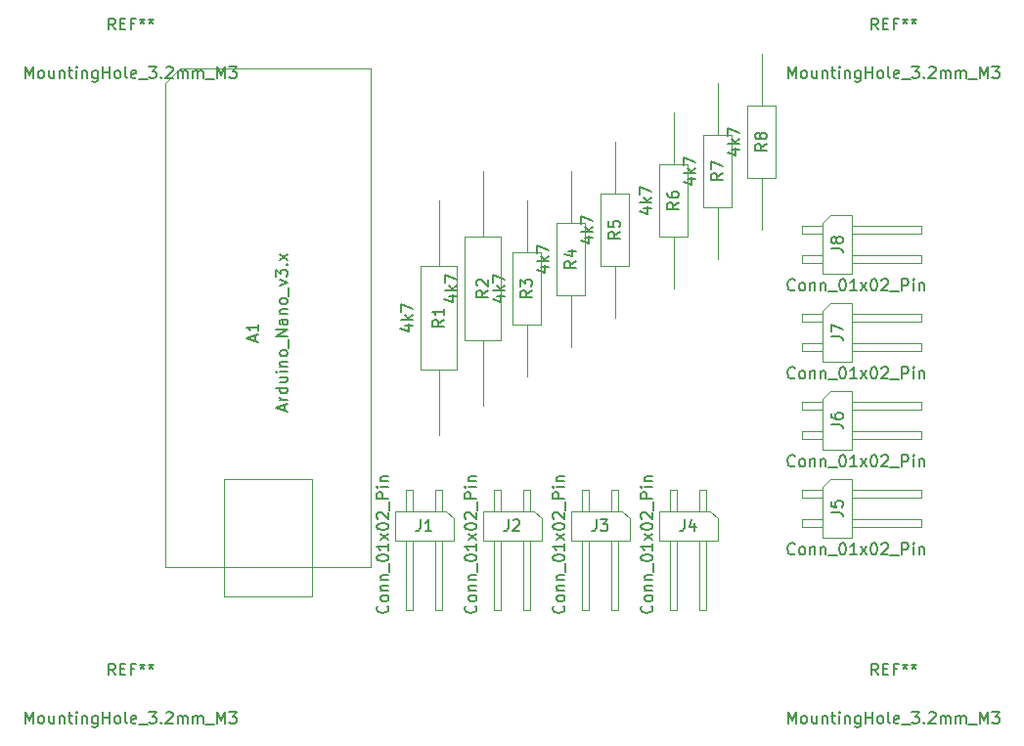
<source format=gbr>
%TF.GenerationSoftware,KiCad,Pcbnew,8.0.6*%
%TF.CreationDate,2025-03-08T18:58:06-08:00*%
%TF.ProjectId,8CH Thermal Monitor,38434820-5468-4657-926d-616c204d6f6e,rev?*%
%TF.SameCoordinates,PX7df6180PY8670810*%
%TF.FileFunction,AssemblyDrawing,Top*%
%FSLAX46Y46*%
G04 Gerber Fmt 4.6, Leading zero omitted, Abs format (unit mm)*
G04 Created by KiCad (PCBNEW 8.0.6) date 2025-03-08 18:58:06*
%MOMM*%
%LPD*%
G01*
G04 APERTURE LIST*
%ADD10C,0.150000*%
%ADD11C,0.100000*%
G04 APERTURE END LIST*
D10*
X38058152Y38679524D02*
X38724819Y38679524D01*
X37677200Y38441429D02*
X38391485Y38203334D01*
X38391485Y38203334D02*
X38391485Y38822381D01*
X38724819Y39203334D02*
X37724819Y39203334D01*
X38343866Y39298572D02*
X38724819Y39584286D01*
X38058152Y39584286D02*
X38439104Y39203334D01*
X37724819Y39917620D02*
X37724819Y40584286D01*
X37724819Y40584286D02*
X38724819Y40155715D01*
X41094819Y39203334D02*
X40618628Y38870001D01*
X41094819Y38631906D02*
X40094819Y38631906D01*
X40094819Y38631906D02*
X40094819Y39012858D01*
X40094819Y39012858D02*
X40142438Y39108096D01*
X40142438Y39108096D02*
X40190057Y39155715D01*
X40190057Y39155715D02*
X40285295Y39203334D01*
X40285295Y39203334D02*
X40428152Y39203334D01*
X40428152Y39203334D02*
X40523390Y39155715D01*
X40523390Y39155715D02*
X40571009Y39108096D01*
X40571009Y39108096D02*
X40618628Y39012858D01*
X40618628Y39012858D02*
X40618628Y38631906D01*
X40094819Y39536668D02*
X40094819Y40155715D01*
X40094819Y40155715D02*
X40475771Y39822382D01*
X40475771Y39822382D02*
X40475771Y39965239D01*
X40475771Y39965239D02*
X40523390Y40060477D01*
X40523390Y40060477D02*
X40571009Y40108096D01*
X40571009Y40108096D02*
X40666247Y40155715D01*
X40666247Y40155715D02*
X40904342Y40155715D01*
X40904342Y40155715D02*
X40999580Y40108096D01*
X40999580Y40108096D02*
X41047200Y40060477D01*
X41047200Y40060477D02*
X41094819Y39965239D01*
X41094819Y39965239D02*
X41094819Y39679525D01*
X41094819Y39679525D02*
X41047200Y39584287D01*
X41047200Y39584287D02*
X40999580Y39536668D01*
X50758152Y46299524D02*
X51424819Y46299524D01*
X50377200Y46061429D02*
X51091485Y45823334D01*
X51091485Y45823334D02*
X51091485Y46442381D01*
X51424819Y46823334D02*
X50424819Y46823334D01*
X51043866Y46918572D02*
X51424819Y47204286D01*
X50758152Y47204286D02*
X51139104Y46823334D01*
X50424819Y47537620D02*
X50424819Y48204286D01*
X50424819Y48204286D02*
X51424819Y47775715D01*
X53794819Y46823334D02*
X53318628Y46490001D01*
X53794819Y46251906D02*
X52794819Y46251906D01*
X52794819Y46251906D02*
X52794819Y46632858D01*
X52794819Y46632858D02*
X52842438Y46728096D01*
X52842438Y46728096D02*
X52890057Y46775715D01*
X52890057Y46775715D02*
X52985295Y46823334D01*
X52985295Y46823334D02*
X53128152Y46823334D01*
X53128152Y46823334D02*
X53223390Y46775715D01*
X53223390Y46775715D02*
X53271009Y46728096D01*
X53271009Y46728096D02*
X53318628Y46632858D01*
X53318628Y46632858D02*
X53318628Y46251906D01*
X52794819Y47680477D02*
X52794819Y47490001D01*
X52794819Y47490001D02*
X52842438Y47394763D01*
X52842438Y47394763D02*
X52890057Y47347144D01*
X52890057Y47347144D02*
X53032914Y47251906D01*
X53032914Y47251906D02*
X53223390Y47204287D01*
X53223390Y47204287D02*
X53604342Y47204287D01*
X53604342Y47204287D02*
X53699580Y47251906D01*
X53699580Y47251906D02*
X53747200Y47299525D01*
X53747200Y47299525D02*
X53794819Y47394763D01*
X53794819Y47394763D02*
X53794819Y47585239D01*
X53794819Y47585239D02*
X53747200Y47680477D01*
X53747200Y47680477D02*
X53699580Y47728096D01*
X53699580Y47728096D02*
X53604342Y47775715D01*
X53604342Y47775715D02*
X53366247Y47775715D01*
X53366247Y47775715D02*
X53271009Y47728096D01*
X53271009Y47728096D02*
X53223390Y47680477D01*
X53223390Y47680477D02*
X53175771Y47585239D01*
X53175771Y47585239D02*
X53175771Y47394763D01*
X53175771Y47394763D02*
X53223390Y47299525D01*
X53223390Y47299525D02*
X53271009Y47251906D01*
X53271009Y47251906D02*
X53366247Y47204287D01*
X63845475Y24040420D02*
X63797856Y23992800D01*
X63797856Y23992800D02*
X63654999Y23945181D01*
X63654999Y23945181D02*
X63559761Y23945181D01*
X63559761Y23945181D02*
X63416904Y23992800D01*
X63416904Y23992800D02*
X63321666Y24088039D01*
X63321666Y24088039D02*
X63274047Y24183277D01*
X63274047Y24183277D02*
X63226428Y24373753D01*
X63226428Y24373753D02*
X63226428Y24516610D01*
X63226428Y24516610D02*
X63274047Y24707086D01*
X63274047Y24707086D02*
X63321666Y24802324D01*
X63321666Y24802324D02*
X63416904Y24897562D01*
X63416904Y24897562D02*
X63559761Y24945181D01*
X63559761Y24945181D02*
X63654999Y24945181D01*
X63654999Y24945181D02*
X63797856Y24897562D01*
X63797856Y24897562D02*
X63845475Y24849943D01*
X64416904Y23945181D02*
X64321666Y23992800D01*
X64321666Y23992800D02*
X64274047Y24040420D01*
X64274047Y24040420D02*
X64226428Y24135658D01*
X64226428Y24135658D02*
X64226428Y24421372D01*
X64226428Y24421372D02*
X64274047Y24516610D01*
X64274047Y24516610D02*
X64321666Y24564229D01*
X64321666Y24564229D02*
X64416904Y24611848D01*
X64416904Y24611848D02*
X64559761Y24611848D01*
X64559761Y24611848D02*
X64654999Y24564229D01*
X64654999Y24564229D02*
X64702618Y24516610D01*
X64702618Y24516610D02*
X64750237Y24421372D01*
X64750237Y24421372D02*
X64750237Y24135658D01*
X64750237Y24135658D02*
X64702618Y24040420D01*
X64702618Y24040420D02*
X64654999Y23992800D01*
X64654999Y23992800D02*
X64559761Y23945181D01*
X64559761Y23945181D02*
X64416904Y23945181D01*
X65178809Y24611848D02*
X65178809Y23945181D01*
X65178809Y24516610D02*
X65226428Y24564229D01*
X65226428Y24564229D02*
X65321666Y24611848D01*
X65321666Y24611848D02*
X65464523Y24611848D01*
X65464523Y24611848D02*
X65559761Y24564229D01*
X65559761Y24564229D02*
X65607380Y24468991D01*
X65607380Y24468991D02*
X65607380Y23945181D01*
X66083571Y24611848D02*
X66083571Y23945181D01*
X66083571Y24516610D02*
X66131190Y24564229D01*
X66131190Y24564229D02*
X66226428Y24611848D01*
X66226428Y24611848D02*
X66369285Y24611848D01*
X66369285Y24611848D02*
X66464523Y24564229D01*
X66464523Y24564229D02*
X66512142Y24468991D01*
X66512142Y24468991D02*
X66512142Y23945181D01*
X66750238Y23849943D02*
X67512142Y23849943D01*
X67940714Y24945181D02*
X68035952Y24945181D01*
X68035952Y24945181D02*
X68131190Y24897562D01*
X68131190Y24897562D02*
X68178809Y24849943D01*
X68178809Y24849943D02*
X68226428Y24754705D01*
X68226428Y24754705D02*
X68274047Y24564229D01*
X68274047Y24564229D02*
X68274047Y24326134D01*
X68274047Y24326134D02*
X68226428Y24135658D01*
X68226428Y24135658D02*
X68178809Y24040420D01*
X68178809Y24040420D02*
X68131190Y23992800D01*
X68131190Y23992800D02*
X68035952Y23945181D01*
X68035952Y23945181D02*
X67940714Y23945181D01*
X67940714Y23945181D02*
X67845476Y23992800D01*
X67845476Y23992800D02*
X67797857Y24040420D01*
X67797857Y24040420D02*
X67750238Y24135658D01*
X67750238Y24135658D02*
X67702619Y24326134D01*
X67702619Y24326134D02*
X67702619Y24564229D01*
X67702619Y24564229D02*
X67750238Y24754705D01*
X67750238Y24754705D02*
X67797857Y24849943D01*
X67797857Y24849943D02*
X67845476Y24897562D01*
X67845476Y24897562D02*
X67940714Y24945181D01*
X69226428Y23945181D02*
X68655000Y23945181D01*
X68940714Y23945181D02*
X68940714Y24945181D01*
X68940714Y24945181D02*
X68845476Y24802324D01*
X68845476Y24802324D02*
X68750238Y24707086D01*
X68750238Y24707086D02*
X68655000Y24659467D01*
X69559762Y23945181D02*
X70083571Y24611848D01*
X69559762Y24611848D02*
X70083571Y23945181D01*
X70655000Y24945181D02*
X70750238Y24945181D01*
X70750238Y24945181D02*
X70845476Y24897562D01*
X70845476Y24897562D02*
X70893095Y24849943D01*
X70893095Y24849943D02*
X70940714Y24754705D01*
X70940714Y24754705D02*
X70988333Y24564229D01*
X70988333Y24564229D02*
X70988333Y24326134D01*
X70988333Y24326134D02*
X70940714Y24135658D01*
X70940714Y24135658D02*
X70893095Y24040420D01*
X70893095Y24040420D02*
X70845476Y23992800D01*
X70845476Y23992800D02*
X70750238Y23945181D01*
X70750238Y23945181D02*
X70655000Y23945181D01*
X70655000Y23945181D02*
X70559762Y23992800D01*
X70559762Y23992800D02*
X70512143Y24040420D01*
X70512143Y24040420D02*
X70464524Y24135658D01*
X70464524Y24135658D02*
X70416905Y24326134D01*
X70416905Y24326134D02*
X70416905Y24564229D01*
X70416905Y24564229D02*
X70464524Y24754705D01*
X70464524Y24754705D02*
X70512143Y24849943D01*
X70512143Y24849943D02*
X70559762Y24897562D01*
X70559762Y24897562D02*
X70655000Y24945181D01*
X71369286Y24849943D02*
X71416905Y24897562D01*
X71416905Y24897562D02*
X71512143Y24945181D01*
X71512143Y24945181D02*
X71750238Y24945181D01*
X71750238Y24945181D02*
X71845476Y24897562D01*
X71845476Y24897562D02*
X71893095Y24849943D01*
X71893095Y24849943D02*
X71940714Y24754705D01*
X71940714Y24754705D02*
X71940714Y24659467D01*
X71940714Y24659467D02*
X71893095Y24516610D01*
X71893095Y24516610D02*
X71321667Y23945181D01*
X71321667Y23945181D02*
X71940714Y23945181D01*
X72131191Y23849943D02*
X72893095Y23849943D01*
X73131191Y23945181D02*
X73131191Y24945181D01*
X73131191Y24945181D02*
X73512143Y24945181D01*
X73512143Y24945181D02*
X73607381Y24897562D01*
X73607381Y24897562D02*
X73655000Y24849943D01*
X73655000Y24849943D02*
X73702619Y24754705D01*
X73702619Y24754705D02*
X73702619Y24611848D01*
X73702619Y24611848D02*
X73655000Y24516610D01*
X73655000Y24516610D02*
X73607381Y24468991D01*
X73607381Y24468991D02*
X73512143Y24421372D01*
X73512143Y24421372D02*
X73131191Y24421372D01*
X74131191Y23945181D02*
X74131191Y24611848D01*
X74131191Y24945181D02*
X74083572Y24897562D01*
X74083572Y24897562D02*
X74131191Y24849943D01*
X74131191Y24849943D02*
X74178810Y24897562D01*
X74178810Y24897562D02*
X74131191Y24945181D01*
X74131191Y24945181D02*
X74131191Y24849943D01*
X74607381Y24611848D02*
X74607381Y23945181D01*
X74607381Y24516610D02*
X74655000Y24564229D01*
X74655000Y24564229D02*
X74750238Y24611848D01*
X74750238Y24611848D02*
X74893095Y24611848D01*
X74893095Y24611848D02*
X74988333Y24564229D01*
X74988333Y24564229D02*
X75035952Y24468991D01*
X75035952Y24468991D02*
X75035952Y23945181D01*
X66994819Y27606667D02*
X67709104Y27606667D01*
X67709104Y27606667D02*
X67851961Y27559048D01*
X67851961Y27559048D02*
X67947200Y27463810D01*
X67947200Y27463810D02*
X67994819Y27320953D01*
X67994819Y27320953D02*
X67994819Y27225715D01*
X66994819Y28511429D02*
X66994819Y28320953D01*
X66994819Y28320953D02*
X67042438Y28225715D01*
X67042438Y28225715D02*
X67090057Y28178096D01*
X67090057Y28178096D02*
X67232914Y28082858D01*
X67232914Y28082858D02*
X67423390Y28035239D01*
X67423390Y28035239D02*
X67804342Y28035239D01*
X67804342Y28035239D02*
X67899580Y28082858D01*
X67899580Y28082858D02*
X67947200Y28130477D01*
X67947200Y28130477D02*
X67994819Y28225715D01*
X67994819Y28225715D02*
X67994819Y28416191D01*
X67994819Y28416191D02*
X67947200Y28511429D01*
X67947200Y28511429D02*
X67899580Y28559048D01*
X67899580Y28559048D02*
X67804342Y28606667D01*
X67804342Y28606667D02*
X67566247Y28606667D01*
X67566247Y28606667D02*
X67471009Y28559048D01*
X67471009Y28559048D02*
X67423390Y28511429D01*
X67423390Y28511429D02*
X67375771Y28416191D01*
X67375771Y28416191D02*
X67375771Y28225715D01*
X67375771Y28225715D02*
X67423390Y28130477D01*
X67423390Y28130477D02*
X67471009Y28082858D01*
X67471009Y28082858D02*
X67566247Y28035239D01*
X19649104Y28821905D02*
X19649104Y29298095D01*
X19934819Y28726667D02*
X18934819Y29060000D01*
X18934819Y29060000D02*
X19934819Y29393333D01*
X19934819Y29726667D02*
X19268152Y29726667D01*
X19458628Y29726667D02*
X19363390Y29774286D01*
X19363390Y29774286D02*
X19315771Y29821905D01*
X19315771Y29821905D02*
X19268152Y29917143D01*
X19268152Y29917143D02*
X19268152Y30012381D01*
X19934819Y30774286D02*
X18934819Y30774286D01*
X19887200Y30774286D02*
X19934819Y30679048D01*
X19934819Y30679048D02*
X19934819Y30488572D01*
X19934819Y30488572D02*
X19887200Y30393334D01*
X19887200Y30393334D02*
X19839580Y30345715D01*
X19839580Y30345715D02*
X19744342Y30298096D01*
X19744342Y30298096D02*
X19458628Y30298096D01*
X19458628Y30298096D02*
X19363390Y30345715D01*
X19363390Y30345715D02*
X19315771Y30393334D01*
X19315771Y30393334D02*
X19268152Y30488572D01*
X19268152Y30488572D02*
X19268152Y30679048D01*
X19268152Y30679048D02*
X19315771Y30774286D01*
X19268152Y31679048D02*
X19934819Y31679048D01*
X19268152Y31250477D02*
X19791961Y31250477D01*
X19791961Y31250477D02*
X19887200Y31298096D01*
X19887200Y31298096D02*
X19934819Y31393334D01*
X19934819Y31393334D02*
X19934819Y31536191D01*
X19934819Y31536191D02*
X19887200Y31631429D01*
X19887200Y31631429D02*
X19839580Y31679048D01*
X19934819Y32155239D02*
X19268152Y32155239D01*
X18934819Y32155239D02*
X18982438Y32107620D01*
X18982438Y32107620D02*
X19030057Y32155239D01*
X19030057Y32155239D02*
X18982438Y32202858D01*
X18982438Y32202858D02*
X18934819Y32155239D01*
X18934819Y32155239D02*
X19030057Y32155239D01*
X19268152Y32631429D02*
X19934819Y32631429D01*
X19363390Y32631429D02*
X19315771Y32679048D01*
X19315771Y32679048D02*
X19268152Y32774286D01*
X19268152Y32774286D02*
X19268152Y32917143D01*
X19268152Y32917143D02*
X19315771Y33012381D01*
X19315771Y33012381D02*
X19411009Y33060000D01*
X19411009Y33060000D02*
X19934819Y33060000D01*
X19934819Y33679048D02*
X19887200Y33583810D01*
X19887200Y33583810D02*
X19839580Y33536191D01*
X19839580Y33536191D02*
X19744342Y33488572D01*
X19744342Y33488572D02*
X19458628Y33488572D01*
X19458628Y33488572D02*
X19363390Y33536191D01*
X19363390Y33536191D02*
X19315771Y33583810D01*
X19315771Y33583810D02*
X19268152Y33679048D01*
X19268152Y33679048D02*
X19268152Y33821905D01*
X19268152Y33821905D02*
X19315771Y33917143D01*
X19315771Y33917143D02*
X19363390Y33964762D01*
X19363390Y33964762D02*
X19458628Y34012381D01*
X19458628Y34012381D02*
X19744342Y34012381D01*
X19744342Y34012381D02*
X19839580Y33964762D01*
X19839580Y33964762D02*
X19887200Y33917143D01*
X19887200Y33917143D02*
X19934819Y33821905D01*
X19934819Y33821905D02*
X19934819Y33679048D01*
X20030057Y34202857D02*
X20030057Y34964762D01*
X19934819Y35202858D02*
X18934819Y35202858D01*
X18934819Y35202858D02*
X19934819Y35774286D01*
X19934819Y35774286D02*
X18934819Y35774286D01*
X19934819Y36679048D02*
X19411009Y36679048D01*
X19411009Y36679048D02*
X19315771Y36631429D01*
X19315771Y36631429D02*
X19268152Y36536191D01*
X19268152Y36536191D02*
X19268152Y36345715D01*
X19268152Y36345715D02*
X19315771Y36250477D01*
X19887200Y36679048D02*
X19934819Y36583810D01*
X19934819Y36583810D02*
X19934819Y36345715D01*
X19934819Y36345715D02*
X19887200Y36250477D01*
X19887200Y36250477D02*
X19791961Y36202858D01*
X19791961Y36202858D02*
X19696723Y36202858D01*
X19696723Y36202858D02*
X19601485Y36250477D01*
X19601485Y36250477D02*
X19553866Y36345715D01*
X19553866Y36345715D02*
X19553866Y36583810D01*
X19553866Y36583810D02*
X19506247Y36679048D01*
X19268152Y37155239D02*
X19934819Y37155239D01*
X19363390Y37155239D02*
X19315771Y37202858D01*
X19315771Y37202858D02*
X19268152Y37298096D01*
X19268152Y37298096D02*
X19268152Y37440953D01*
X19268152Y37440953D02*
X19315771Y37536191D01*
X19315771Y37536191D02*
X19411009Y37583810D01*
X19411009Y37583810D02*
X19934819Y37583810D01*
X19934819Y38202858D02*
X19887200Y38107620D01*
X19887200Y38107620D02*
X19839580Y38060001D01*
X19839580Y38060001D02*
X19744342Y38012382D01*
X19744342Y38012382D02*
X19458628Y38012382D01*
X19458628Y38012382D02*
X19363390Y38060001D01*
X19363390Y38060001D02*
X19315771Y38107620D01*
X19315771Y38107620D02*
X19268152Y38202858D01*
X19268152Y38202858D02*
X19268152Y38345715D01*
X19268152Y38345715D02*
X19315771Y38440953D01*
X19315771Y38440953D02*
X19363390Y38488572D01*
X19363390Y38488572D02*
X19458628Y38536191D01*
X19458628Y38536191D02*
X19744342Y38536191D01*
X19744342Y38536191D02*
X19839580Y38488572D01*
X19839580Y38488572D02*
X19887200Y38440953D01*
X19887200Y38440953D02*
X19934819Y38345715D01*
X19934819Y38345715D02*
X19934819Y38202858D01*
X20030057Y38726667D02*
X20030057Y39488572D01*
X19268152Y39631430D02*
X19934819Y39869525D01*
X19934819Y39869525D02*
X19268152Y40107620D01*
X18934819Y40393335D02*
X18934819Y41012382D01*
X18934819Y41012382D02*
X19315771Y40679049D01*
X19315771Y40679049D02*
X19315771Y40821906D01*
X19315771Y40821906D02*
X19363390Y40917144D01*
X19363390Y40917144D02*
X19411009Y40964763D01*
X19411009Y40964763D02*
X19506247Y41012382D01*
X19506247Y41012382D02*
X19744342Y41012382D01*
X19744342Y41012382D02*
X19839580Y40964763D01*
X19839580Y40964763D02*
X19887200Y40917144D01*
X19887200Y40917144D02*
X19934819Y40821906D01*
X19934819Y40821906D02*
X19934819Y40536192D01*
X19934819Y40536192D02*
X19887200Y40440954D01*
X19887200Y40440954D02*
X19839580Y40393335D01*
X19839580Y41440954D02*
X19887200Y41488573D01*
X19887200Y41488573D02*
X19934819Y41440954D01*
X19934819Y41440954D02*
X19887200Y41393335D01*
X19887200Y41393335D02*
X19839580Y41440954D01*
X19839580Y41440954D02*
X19934819Y41440954D01*
X19934819Y41821906D02*
X19268152Y42345715D01*
X19268152Y41821906D02*
X19934819Y42345715D01*
X17109104Y34845715D02*
X17109104Y35321905D01*
X17394819Y34750477D02*
X16394819Y35083810D01*
X16394819Y35083810D02*
X17394819Y35417143D01*
X17394819Y36274286D02*
X17394819Y35702858D01*
X17394819Y35988572D02*
X16394819Y35988572D01*
X16394819Y35988572D02*
X16537676Y35893334D01*
X16537676Y35893334D02*
X16632914Y35798096D01*
X16632914Y35798096D02*
X16680533Y35702858D01*
X-2769048Y57575181D02*
X-2769048Y58575181D01*
X-2769048Y58575181D02*
X-2435715Y57860896D01*
X-2435715Y57860896D02*
X-2102382Y58575181D01*
X-2102382Y58575181D02*
X-2102382Y57575181D01*
X-1483334Y57575181D02*
X-1578572Y57622800D01*
X-1578572Y57622800D02*
X-1626191Y57670420D01*
X-1626191Y57670420D02*
X-1673810Y57765658D01*
X-1673810Y57765658D02*
X-1673810Y58051372D01*
X-1673810Y58051372D02*
X-1626191Y58146610D01*
X-1626191Y58146610D02*
X-1578572Y58194229D01*
X-1578572Y58194229D02*
X-1483334Y58241848D01*
X-1483334Y58241848D02*
X-1340477Y58241848D01*
X-1340477Y58241848D02*
X-1245239Y58194229D01*
X-1245239Y58194229D02*
X-1197620Y58146610D01*
X-1197620Y58146610D02*
X-1150001Y58051372D01*
X-1150001Y58051372D02*
X-1150001Y57765658D01*
X-1150001Y57765658D02*
X-1197620Y57670420D01*
X-1197620Y57670420D02*
X-1245239Y57622800D01*
X-1245239Y57622800D02*
X-1340477Y57575181D01*
X-1340477Y57575181D02*
X-1483334Y57575181D01*
X-292858Y58241848D02*
X-292858Y57575181D01*
X-721429Y58241848D02*
X-721429Y57718039D01*
X-721429Y57718039D02*
X-673810Y57622800D01*
X-673810Y57622800D02*
X-578572Y57575181D01*
X-578572Y57575181D02*
X-435715Y57575181D01*
X-435715Y57575181D02*
X-340477Y57622800D01*
X-340477Y57622800D02*
X-292858Y57670420D01*
X183333Y58241848D02*
X183333Y57575181D01*
X183333Y58146610D02*
X230952Y58194229D01*
X230952Y58194229D02*
X326190Y58241848D01*
X326190Y58241848D02*
X469047Y58241848D01*
X469047Y58241848D02*
X564285Y58194229D01*
X564285Y58194229D02*
X611904Y58098991D01*
X611904Y58098991D02*
X611904Y57575181D01*
X945238Y58241848D02*
X1326190Y58241848D01*
X1088095Y58575181D02*
X1088095Y57718039D01*
X1088095Y57718039D02*
X1135714Y57622800D01*
X1135714Y57622800D02*
X1230952Y57575181D01*
X1230952Y57575181D02*
X1326190Y57575181D01*
X1659524Y57575181D02*
X1659524Y58241848D01*
X1659524Y58575181D02*
X1611905Y58527562D01*
X1611905Y58527562D02*
X1659524Y58479943D01*
X1659524Y58479943D02*
X1707143Y58527562D01*
X1707143Y58527562D02*
X1659524Y58575181D01*
X1659524Y58575181D02*
X1659524Y58479943D01*
X2135714Y58241848D02*
X2135714Y57575181D01*
X2135714Y58146610D02*
X2183333Y58194229D01*
X2183333Y58194229D02*
X2278571Y58241848D01*
X2278571Y58241848D02*
X2421428Y58241848D01*
X2421428Y58241848D02*
X2516666Y58194229D01*
X2516666Y58194229D02*
X2564285Y58098991D01*
X2564285Y58098991D02*
X2564285Y57575181D01*
X3469047Y58241848D02*
X3469047Y57432324D01*
X3469047Y57432324D02*
X3421428Y57337086D01*
X3421428Y57337086D02*
X3373809Y57289467D01*
X3373809Y57289467D02*
X3278571Y57241848D01*
X3278571Y57241848D02*
X3135714Y57241848D01*
X3135714Y57241848D02*
X3040476Y57289467D01*
X3469047Y57622800D02*
X3373809Y57575181D01*
X3373809Y57575181D02*
X3183333Y57575181D01*
X3183333Y57575181D02*
X3088095Y57622800D01*
X3088095Y57622800D02*
X3040476Y57670420D01*
X3040476Y57670420D02*
X2992857Y57765658D01*
X2992857Y57765658D02*
X2992857Y58051372D01*
X2992857Y58051372D02*
X3040476Y58146610D01*
X3040476Y58146610D02*
X3088095Y58194229D01*
X3088095Y58194229D02*
X3183333Y58241848D01*
X3183333Y58241848D02*
X3373809Y58241848D01*
X3373809Y58241848D02*
X3469047Y58194229D01*
X3945238Y57575181D02*
X3945238Y58575181D01*
X3945238Y58098991D02*
X4516666Y58098991D01*
X4516666Y57575181D02*
X4516666Y58575181D01*
X5135714Y57575181D02*
X5040476Y57622800D01*
X5040476Y57622800D02*
X4992857Y57670420D01*
X4992857Y57670420D02*
X4945238Y57765658D01*
X4945238Y57765658D02*
X4945238Y58051372D01*
X4945238Y58051372D02*
X4992857Y58146610D01*
X4992857Y58146610D02*
X5040476Y58194229D01*
X5040476Y58194229D02*
X5135714Y58241848D01*
X5135714Y58241848D02*
X5278571Y58241848D01*
X5278571Y58241848D02*
X5373809Y58194229D01*
X5373809Y58194229D02*
X5421428Y58146610D01*
X5421428Y58146610D02*
X5469047Y58051372D01*
X5469047Y58051372D02*
X5469047Y57765658D01*
X5469047Y57765658D02*
X5421428Y57670420D01*
X5421428Y57670420D02*
X5373809Y57622800D01*
X5373809Y57622800D02*
X5278571Y57575181D01*
X5278571Y57575181D02*
X5135714Y57575181D01*
X6040476Y57575181D02*
X5945238Y57622800D01*
X5945238Y57622800D02*
X5897619Y57718039D01*
X5897619Y57718039D02*
X5897619Y58575181D01*
X6802381Y57622800D02*
X6707143Y57575181D01*
X6707143Y57575181D02*
X6516667Y57575181D01*
X6516667Y57575181D02*
X6421429Y57622800D01*
X6421429Y57622800D02*
X6373810Y57718039D01*
X6373810Y57718039D02*
X6373810Y58098991D01*
X6373810Y58098991D02*
X6421429Y58194229D01*
X6421429Y58194229D02*
X6516667Y58241848D01*
X6516667Y58241848D02*
X6707143Y58241848D01*
X6707143Y58241848D02*
X6802381Y58194229D01*
X6802381Y58194229D02*
X6850000Y58098991D01*
X6850000Y58098991D02*
X6850000Y58003753D01*
X6850000Y58003753D02*
X6373810Y57908515D01*
X7040477Y57479943D02*
X7802381Y57479943D01*
X7945239Y58575181D02*
X8564286Y58575181D01*
X8564286Y58575181D02*
X8230953Y58194229D01*
X8230953Y58194229D02*
X8373810Y58194229D01*
X8373810Y58194229D02*
X8469048Y58146610D01*
X8469048Y58146610D02*
X8516667Y58098991D01*
X8516667Y58098991D02*
X8564286Y58003753D01*
X8564286Y58003753D02*
X8564286Y57765658D01*
X8564286Y57765658D02*
X8516667Y57670420D01*
X8516667Y57670420D02*
X8469048Y57622800D01*
X8469048Y57622800D02*
X8373810Y57575181D01*
X8373810Y57575181D02*
X8088096Y57575181D01*
X8088096Y57575181D02*
X7992858Y57622800D01*
X7992858Y57622800D02*
X7945239Y57670420D01*
X8992858Y57670420D02*
X9040477Y57622800D01*
X9040477Y57622800D02*
X8992858Y57575181D01*
X8992858Y57575181D02*
X8945239Y57622800D01*
X8945239Y57622800D02*
X8992858Y57670420D01*
X8992858Y57670420D02*
X8992858Y57575181D01*
X9421429Y58479943D02*
X9469048Y58527562D01*
X9469048Y58527562D02*
X9564286Y58575181D01*
X9564286Y58575181D02*
X9802381Y58575181D01*
X9802381Y58575181D02*
X9897619Y58527562D01*
X9897619Y58527562D02*
X9945238Y58479943D01*
X9945238Y58479943D02*
X9992857Y58384705D01*
X9992857Y58384705D02*
X9992857Y58289467D01*
X9992857Y58289467D02*
X9945238Y58146610D01*
X9945238Y58146610D02*
X9373810Y57575181D01*
X9373810Y57575181D02*
X9992857Y57575181D01*
X10421429Y57575181D02*
X10421429Y58241848D01*
X10421429Y58146610D02*
X10469048Y58194229D01*
X10469048Y58194229D02*
X10564286Y58241848D01*
X10564286Y58241848D02*
X10707143Y58241848D01*
X10707143Y58241848D02*
X10802381Y58194229D01*
X10802381Y58194229D02*
X10850000Y58098991D01*
X10850000Y58098991D02*
X10850000Y57575181D01*
X10850000Y58098991D02*
X10897619Y58194229D01*
X10897619Y58194229D02*
X10992857Y58241848D01*
X10992857Y58241848D02*
X11135714Y58241848D01*
X11135714Y58241848D02*
X11230953Y58194229D01*
X11230953Y58194229D02*
X11278572Y58098991D01*
X11278572Y58098991D02*
X11278572Y57575181D01*
X11754762Y57575181D02*
X11754762Y58241848D01*
X11754762Y58146610D02*
X11802381Y58194229D01*
X11802381Y58194229D02*
X11897619Y58241848D01*
X11897619Y58241848D02*
X12040476Y58241848D01*
X12040476Y58241848D02*
X12135714Y58194229D01*
X12135714Y58194229D02*
X12183333Y58098991D01*
X12183333Y58098991D02*
X12183333Y57575181D01*
X12183333Y58098991D02*
X12230952Y58194229D01*
X12230952Y58194229D02*
X12326190Y58241848D01*
X12326190Y58241848D02*
X12469047Y58241848D01*
X12469047Y58241848D02*
X12564286Y58194229D01*
X12564286Y58194229D02*
X12611905Y58098991D01*
X12611905Y58098991D02*
X12611905Y57575181D01*
X12850000Y57479943D02*
X13611904Y57479943D01*
X13850000Y57575181D02*
X13850000Y58575181D01*
X13850000Y58575181D02*
X14183333Y57860896D01*
X14183333Y57860896D02*
X14516666Y58575181D01*
X14516666Y58575181D02*
X14516666Y57575181D01*
X14897619Y58575181D02*
X15516666Y58575181D01*
X15516666Y58575181D02*
X15183333Y58194229D01*
X15183333Y58194229D02*
X15326190Y58194229D01*
X15326190Y58194229D02*
X15421428Y58146610D01*
X15421428Y58146610D02*
X15469047Y58098991D01*
X15469047Y58098991D02*
X15516666Y58003753D01*
X15516666Y58003753D02*
X15516666Y57765658D01*
X15516666Y57765658D02*
X15469047Y57670420D01*
X15469047Y57670420D02*
X15421428Y57622800D01*
X15421428Y57622800D02*
X15326190Y57575181D01*
X15326190Y57575181D02*
X15040476Y57575181D01*
X15040476Y57575181D02*
X14945238Y57622800D01*
X14945238Y57622800D02*
X14897619Y57670420D01*
X5016666Y61775181D02*
X4683333Y62251372D01*
X4445238Y61775181D02*
X4445238Y62775181D01*
X4445238Y62775181D02*
X4826190Y62775181D01*
X4826190Y62775181D02*
X4921428Y62727562D01*
X4921428Y62727562D02*
X4969047Y62679943D01*
X4969047Y62679943D02*
X5016666Y62584705D01*
X5016666Y62584705D02*
X5016666Y62441848D01*
X5016666Y62441848D02*
X4969047Y62346610D01*
X4969047Y62346610D02*
X4921428Y62298991D01*
X4921428Y62298991D02*
X4826190Y62251372D01*
X4826190Y62251372D02*
X4445238Y62251372D01*
X5445238Y62298991D02*
X5778571Y62298991D01*
X5921428Y61775181D02*
X5445238Y61775181D01*
X5445238Y61775181D02*
X5445238Y62775181D01*
X5445238Y62775181D02*
X5921428Y62775181D01*
X6683333Y62298991D02*
X6350000Y62298991D01*
X6350000Y61775181D02*
X6350000Y62775181D01*
X6350000Y62775181D02*
X6826190Y62775181D01*
X7350000Y62775181D02*
X7350000Y62537086D01*
X7111905Y62632324D02*
X7350000Y62537086D01*
X7350000Y62537086D02*
X7588095Y62632324D01*
X7207143Y62346610D02*
X7350000Y62537086D01*
X7350000Y62537086D02*
X7492857Y62346610D01*
X8111905Y62775181D02*
X8111905Y62537086D01*
X7873810Y62632324D02*
X8111905Y62537086D01*
X8111905Y62537086D02*
X8350000Y62632324D01*
X7969048Y62346610D02*
X8111905Y62537086D01*
X8111905Y62537086D02*
X8254762Y62346610D01*
X63845475Y39280420D02*
X63797856Y39232800D01*
X63797856Y39232800D02*
X63654999Y39185181D01*
X63654999Y39185181D02*
X63559761Y39185181D01*
X63559761Y39185181D02*
X63416904Y39232800D01*
X63416904Y39232800D02*
X63321666Y39328039D01*
X63321666Y39328039D02*
X63274047Y39423277D01*
X63274047Y39423277D02*
X63226428Y39613753D01*
X63226428Y39613753D02*
X63226428Y39756610D01*
X63226428Y39756610D02*
X63274047Y39947086D01*
X63274047Y39947086D02*
X63321666Y40042324D01*
X63321666Y40042324D02*
X63416904Y40137562D01*
X63416904Y40137562D02*
X63559761Y40185181D01*
X63559761Y40185181D02*
X63654999Y40185181D01*
X63654999Y40185181D02*
X63797856Y40137562D01*
X63797856Y40137562D02*
X63845475Y40089943D01*
X64416904Y39185181D02*
X64321666Y39232800D01*
X64321666Y39232800D02*
X64274047Y39280420D01*
X64274047Y39280420D02*
X64226428Y39375658D01*
X64226428Y39375658D02*
X64226428Y39661372D01*
X64226428Y39661372D02*
X64274047Y39756610D01*
X64274047Y39756610D02*
X64321666Y39804229D01*
X64321666Y39804229D02*
X64416904Y39851848D01*
X64416904Y39851848D02*
X64559761Y39851848D01*
X64559761Y39851848D02*
X64654999Y39804229D01*
X64654999Y39804229D02*
X64702618Y39756610D01*
X64702618Y39756610D02*
X64750237Y39661372D01*
X64750237Y39661372D02*
X64750237Y39375658D01*
X64750237Y39375658D02*
X64702618Y39280420D01*
X64702618Y39280420D02*
X64654999Y39232800D01*
X64654999Y39232800D02*
X64559761Y39185181D01*
X64559761Y39185181D02*
X64416904Y39185181D01*
X65178809Y39851848D02*
X65178809Y39185181D01*
X65178809Y39756610D02*
X65226428Y39804229D01*
X65226428Y39804229D02*
X65321666Y39851848D01*
X65321666Y39851848D02*
X65464523Y39851848D01*
X65464523Y39851848D02*
X65559761Y39804229D01*
X65559761Y39804229D02*
X65607380Y39708991D01*
X65607380Y39708991D02*
X65607380Y39185181D01*
X66083571Y39851848D02*
X66083571Y39185181D01*
X66083571Y39756610D02*
X66131190Y39804229D01*
X66131190Y39804229D02*
X66226428Y39851848D01*
X66226428Y39851848D02*
X66369285Y39851848D01*
X66369285Y39851848D02*
X66464523Y39804229D01*
X66464523Y39804229D02*
X66512142Y39708991D01*
X66512142Y39708991D02*
X66512142Y39185181D01*
X66750238Y39089943D02*
X67512142Y39089943D01*
X67940714Y40185181D02*
X68035952Y40185181D01*
X68035952Y40185181D02*
X68131190Y40137562D01*
X68131190Y40137562D02*
X68178809Y40089943D01*
X68178809Y40089943D02*
X68226428Y39994705D01*
X68226428Y39994705D02*
X68274047Y39804229D01*
X68274047Y39804229D02*
X68274047Y39566134D01*
X68274047Y39566134D02*
X68226428Y39375658D01*
X68226428Y39375658D02*
X68178809Y39280420D01*
X68178809Y39280420D02*
X68131190Y39232800D01*
X68131190Y39232800D02*
X68035952Y39185181D01*
X68035952Y39185181D02*
X67940714Y39185181D01*
X67940714Y39185181D02*
X67845476Y39232800D01*
X67845476Y39232800D02*
X67797857Y39280420D01*
X67797857Y39280420D02*
X67750238Y39375658D01*
X67750238Y39375658D02*
X67702619Y39566134D01*
X67702619Y39566134D02*
X67702619Y39804229D01*
X67702619Y39804229D02*
X67750238Y39994705D01*
X67750238Y39994705D02*
X67797857Y40089943D01*
X67797857Y40089943D02*
X67845476Y40137562D01*
X67845476Y40137562D02*
X67940714Y40185181D01*
X69226428Y39185181D02*
X68655000Y39185181D01*
X68940714Y39185181D02*
X68940714Y40185181D01*
X68940714Y40185181D02*
X68845476Y40042324D01*
X68845476Y40042324D02*
X68750238Y39947086D01*
X68750238Y39947086D02*
X68655000Y39899467D01*
X69559762Y39185181D02*
X70083571Y39851848D01*
X69559762Y39851848D02*
X70083571Y39185181D01*
X70655000Y40185181D02*
X70750238Y40185181D01*
X70750238Y40185181D02*
X70845476Y40137562D01*
X70845476Y40137562D02*
X70893095Y40089943D01*
X70893095Y40089943D02*
X70940714Y39994705D01*
X70940714Y39994705D02*
X70988333Y39804229D01*
X70988333Y39804229D02*
X70988333Y39566134D01*
X70988333Y39566134D02*
X70940714Y39375658D01*
X70940714Y39375658D02*
X70893095Y39280420D01*
X70893095Y39280420D02*
X70845476Y39232800D01*
X70845476Y39232800D02*
X70750238Y39185181D01*
X70750238Y39185181D02*
X70655000Y39185181D01*
X70655000Y39185181D02*
X70559762Y39232800D01*
X70559762Y39232800D02*
X70512143Y39280420D01*
X70512143Y39280420D02*
X70464524Y39375658D01*
X70464524Y39375658D02*
X70416905Y39566134D01*
X70416905Y39566134D02*
X70416905Y39804229D01*
X70416905Y39804229D02*
X70464524Y39994705D01*
X70464524Y39994705D02*
X70512143Y40089943D01*
X70512143Y40089943D02*
X70559762Y40137562D01*
X70559762Y40137562D02*
X70655000Y40185181D01*
X71369286Y40089943D02*
X71416905Y40137562D01*
X71416905Y40137562D02*
X71512143Y40185181D01*
X71512143Y40185181D02*
X71750238Y40185181D01*
X71750238Y40185181D02*
X71845476Y40137562D01*
X71845476Y40137562D02*
X71893095Y40089943D01*
X71893095Y40089943D02*
X71940714Y39994705D01*
X71940714Y39994705D02*
X71940714Y39899467D01*
X71940714Y39899467D02*
X71893095Y39756610D01*
X71893095Y39756610D02*
X71321667Y39185181D01*
X71321667Y39185181D02*
X71940714Y39185181D01*
X72131191Y39089943D02*
X72893095Y39089943D01*
X73131191Y39185181D02*
X73131191Y40185181D01*
X73131191Y40185181D02*
X73512143Y40185181D01*
X73512143Y40185181D02*
X73607381Y40137562D01*
X73607381Y40137562D02*
X73655000Y40089943D01*
X73655000Y40089943D02*
X73702619Y39994705D01*
X73702619Y39994705D02*
X73702619Y39851848D01*
X73702619Y39851848D02*
X73655000Y39756610D01*
X73655000Y39756610D02*
X73607381Y39708991D01*
X73607381Y39708991D02*
X73512143Y39661372D01*
X73512143Y39661372D02*
X73131191Y39661372D01*
X74131191Y39185181D02*
X74131191Y39851848D01*
X74131191Y40185181D02*
X74083572Y40137562D01*
X74083572Y40137562D02*
X74131191Y40089943D01*
X74131191Y40089943D02*
X74178810Y40137562D01*
X74178810Y40137562D02*
X74131191Y40185181D01*
X74131191Y40185181D02*
X74131191Y40089943D01*
X74607381Y39851848D02*
X74607381Y39185181D01*
X74607381Y39756610D02*
X74655000Y39804229D01*
X74655000Y39804229D02*
X74750238Y39851848D01*
X74750238Y39851848D02*
X74893095Y39851848D01*
X74893095Y39851848D02*
X74988333Y39804229D01*
X74988333Y39804229D02*
X75035952Y39708991D01*
X75035952Y39708991D02*
X75035952Y39185181D01*
X66994819Y42846667D02*
X67709104Y42846667D01*
X67709104Y42846667D02*
X67851961Y42799048D01*
X67851961Y42799048D02*
X67947200Y42703810D01*
X67947200Y42703810D02*
X67994819Y42560953D01*
X67994819Y42560953D02*
X67994819Y42465715D01*
X67423390Y43465715D02*
X67375771Y43370477D01*
X67375771Y43370477D02*
X67328152Y43322858D01*
X67328152Y43322858D02*
X67232914Y43275239D01*
X67232914Y43275239D02*
X67185295Y43275239D01*
X67185295Y43275239D02*
X67090057Y43322858D01*
X67090057Y43322858D02*
X67042438Y43370477D01*
X67042438Y43370477D02*
X66994819Y43465715D01*
X66994819Y43465715D02*
X66994819Y43656191D01*
X66994819Y43656191D02*
X67042438Y43751429D01*
X67042438Y43751429D02*
X67090057Y43799048D01*
X67090057Y43799048D02*
X67185295Y43846667D01*
X67185295Y43846667D02*
X67232914Y43846667D01*
X67232914Y43846667D02*
X67328152Y43799048D01*
X67328152Y43799048D02*
X67375771Y43751429D01*
X67375771Y43751429D02*
X67423390Y43656191D01*
X67423390Y43656191D02*
X67423390Y43465715D01*
X67423390Y43465715D02*
X67471009Y43370477D01*
X67471009Y43370477D02*
X67518628Y43322858D01*
X67518628Y43322858D02*
X67613866Y43275239D01*
X67613866Y43275239D02*
X67804342Y43275239D01*
X67804342Y43275239D02*
X67899580Y43322858D01*
X67899580Y43322858D02*
X67947200Y43370477D01*
X67947200Y43370477D02*
X67994819Y43465715D01*
X67994819Y43465715D02*
X67994819Y43656191D01*
X67994819Y43656191D02*
X67947200Y43751429D01*
X67947200Y43751429D02*
X67899580Y43799048D01*
X67899580Y43799048D02*
X67804342Y43846667D01*
X67804342Y43846667D02*
X67613866Y43846667D01*
X67613866Y43846667D02*
X67518628Y43799048D01*
X67518628Y43799048D02*
X67471009Y43751429D01*
X67471009Y43751429D02*
X67423390Y43656191D01*
X-2769048Y1695181D02*
X-2769048Y2695181D01*
X-2769048Y2695181D02*
X-2435715Y1980896D01*
X-2435715Y1980896D02*
X-2102382Y2695181D01*
X-2102382Y2695181D02*
X-2102382Y1695181D01*
X-1483334Y1695181D02*
X-1578572Y1742800D01*
X-1578572Y1742800D02*
X-1626191Y1790420D01*
X-1626191Y1790420D02*
X-1673810Y1885658D01*
X-1673810Y1885658D02*
X-1673810Y2171372D01*
X-1673810Y2171372D02*
X-1626191Y2266610D01*
X-1626191Y2266610D02*
X-1578572Y2314229D01*
X-1578572Y2314229D02*
X-1483334Y2361848D01*
X-1483334Y2361848D02*
X-1340477Y2361848D01*
X-1340477Y2361848D02*
X-1245239Y2314229D01*
X-1245239Y2314229D02*
X-1197620Y2266610D01*
X-1197620Y2266610D02*
X-1150001Y2171372D01*
X-1150001Y2171372D02*
X-1150001Y1885658D01*
X-1150001Y1885658D02*
X-1197620Y1790420D01*
X-1197620Y1790420D02*
X-1245239Y1742800D01*
X-1245239Y1742800D02*
X-1340477Y1695181D01*
X-1340477Y1695181D02*
X-1483334Y1695181D01*
X-292858Y2361848D02*
X-292858Y1695181D01*
X-721429Y2361848D02*
X-721429Y1838039D01*
X-721429Y1838039D02*
X-673810Y1742800D01*
X-673810Y1742800D02*
X-578572Y1695181D01*
X-578572Y1695181D02*
X-435715Y1695181D01*
X-435715Y1695181D02*
X-340477Y1742800D01*
X-340477Y1742800D02*
X-292858Y1790420D01*
X183333Y2361848D02*
X183333Y1695181D01*
X183333Y2266610D02*
X230952Y2314229D01*
X230952Y2314229D02*
X326190Y2361848D01*
X326190Y2361848D02*
X469047Y2361848D01*
X469047Y2361848D02*
X564285Y2314229D01*
X564285Y2314229D02*
X611904Y2218991D01*
X611904Y2218991D02*
X611904Y1695181D01*
X945238Y2361848D02*
X1326190Y2361848D01*
X1088095Y2695181D02*
X1088095Y1838039D01*
X1088095Y1838039D02*
X1135714Y1742800D01*
X1135714Y1742800D02*
X1230952Y1695181D01*
X1230952Y1695181D02*
X1326190Y1695181D01*
X1659524Y1695181D02*
X1659524Y2361848D01*
X1659524Y2695181D02*
X1611905Y2647562D01*
X1611905Y2647562D02*
X1659524Y2599943D01*
X1659524Y2599943D02*
X1707143Y2647562D01*
X1707143Y2647562D02*
X1659524Y2695181D01*
X1659524Y2695181D02*
X1659524Y2599943D01*
X2135714Y2361848D02*
X2135714Y1695181D01*
X2135714Y2266610D02*
X2183333Y2314229D01*
X2183333Y2314229D02*
X2278571Y2361848D01*
X2278571Y2361848D02*
X2421428Y2361848D01*
X2421428Y2361848D02*
X2516666Y2314229D01*
X2516666Y2314229D02*
X2564285Y2218991D01*
X2564285Y2218991D02*
X2564285Y1695181D01*
X3469047Y2361848D02*
X3469047Y1552324D01*
X3469047Y1552324D02*
X3421428Y1457086D01*
X3421428Y1457086D02*
X3373809Y1409467D01*
X3373809Y1409467D02*
X3278571Y1361848D01*
X3278571Y1361848D02*
X3135714Y1361848D01*
X3135714Y1361848D02*
X3040476Y1409467D01*
X3469047Y1742800D02*
X3373809Y1695181D01*
X3373809Y1695181D02*
X3183333Y1695181D01*
X3183333Y1695181D02*
X3088095Y1742800D01*
X3088095Y1742800D02*
X3040476Y1790420D01*
X3040476Y1790420D02*
X2992857Y1885658D01*
X2992857Y1885658D02*
X2992857Y2171372D01*
X2992857Y2171372D02*
X3040476Y2266610D01*
X3040476Y2266610D02*
X3088095Y2314229D01*
X3088095Y2314229D02*
X3183333Y2361848D01*
X3183333Y2361848D02*
X3373809Y2361848D01*
X3373809Y2361848D02*
X3469047Y2314229D01*
X3945238Y1695181D02*
X3945238Y2695181D01*
X3945238Y2218991D02*
X4516666Y2218991D01*
X4516666Y1695181D02*
X4516666Y2695181D01*
X5135714Y1695181D02*
X5040476Y1742800D01*
X5040476Y1742800D02*
X4992857Y1790420D01*
X4992857Y1790420D02*
X4945238Y1885658D01*
X4945238Y1885658D02*
X4945238Y2171372D01*
X4945238Y2171372D02*
X4992857Y2266610D01*
X4992857Y2266610D02*
X5040476Y2314229D01*
X5040476Y2314229D02*
X5135714Y2361848D01*
X5135714Y2361848D02*
X5278571Y2361848D01*
X5278571Y2361848D02*
X5373809Y2314229D01*
X5373809Y2314229D02*
X5421428Y2266610D01*
X5421428Y2266610D02*
X5469047Y2171372D01*
X5469047Y2171372D02*
X5469047Y1885658D01*
X5469047Y1885658D02*
X5421428Y1790420D01*
X5421428Y1790420D02*
X5373809Y1742800D01*
X5373809Y1742800D02*
X5278571Y1695181D01*
X5278571Y1695181D02*
X5135714Y1695181D01*
X6040476Y1695181D02*
X5945238Y1742800D01*
X5945238Y1742800D02*
X5897619Y1838039D01*
X5897619Y1838039D02*
X5897619Y2695181D01*
X6802381Y1742800D02*
X6707143Y1695181D01*
X6707143Y1695181D02*
X6516667Y1695181D01*
X6516667Y1695181D02*
X6421429Y1742800D01*
X6421429Y1742800D02*
X6373810Y1838039D01*
X6373810Y1838039D02*
X6373810Y2218991D01*
X6373810Y2218991D02*
X6421429Y2314229D01*
X6421429Y2314229D02*
X6516667Y2361848D01*
X6516667Y2361848D02*
X6707143Y2361848D01*
X6707143Y2361848D02*
X6802381Y2314229D01*
X6802381Y2314229D02*
X6850000Y2218991D01*
X6850000Y2218991D02*
X6850000Y2123753D01*
X6850000Y2123753D02*
X6373810Y2028515D01*
X7040477Y1599943D02*
X7802381Y1599943D01*
X7945239Y2695181D02*
X8564286Y2695181D01*
X8564286Y2695181D02*
X8230953Y2314229D01*
X8230953Y2314229D02*
X8373810Y2314229D01*
X8373810Y2314229D02*
X8469048Y2266610D01*
X8469048Y2266610D02*
X8516667Y2218991D01*
X8516667Y2218991D02*
X8564286Y2123753D01*
X8564286Y2123753D02*
X8564286Y1885658D01*
X8564286Y1885658D02*
X8516667Y1790420D01*
X8516667Y1790420D02*
X8469048Y1742800D01*
X8469048Y1742800D02*
X8373810Y1695181D01*
X8373810Y1695181D02*
X8088096Y1695181D01*
X8088096Y1695181D02*
X7992858Y1742800D01*
X7992858Y1742800D02*
X7945239Y1790420D01*
X8992858Y1790420D02*
X9040477Y1742800D01*
X9040477Y1742800D02*
X8992858Y1695181D01*
X8992858Y1695181D02*
X8945239Y1742800D01*
X8945239Y1742800D02*
X8992858Y1790420D01*
X8992858Y1790420D02*
X8992858Y1695181D01*
X9421429Y2599943D02*
X9469048Y2647562D01*
X9469048Y2647562D02*
X9564286Y2695181D01*
X9564286Y2695181D02*
X9802381Y2695181D01*
X9802381Y2695181D02*
X9897619Y2647562D01*
X9897619Y2647562D02*
X9945238Y2599943D01*
X9945238Y2599943D02*
X9992857Y2504705D01*
X9992857Y2504705D02*
X9992857Y2409467D01*
X9992857Y2409467D02*
X9945238Y2266610D01*
X9945238Y2266610D02*
X9373810Y1695181D01*
X9373810Y1695181D02*
X9992857Y1695181D01*
X10421429Y1695181D02*
X10421429Y2361848D01*
X10421429Y2266610D02*
X10469048Y2314229D01*
X10469048Y2314229D02*
X10564286Y2361848D01*
X10564286Y2361848D02*
X10707143Y2361848D01*
X10707143Y2361848D02*
X10802381Y2314229D01*
X10802381Y2314229D02*
X10850000Y2218991D01*
X10850000Y2218991D02*
X10850000Y1695181D01*
X10850000Y2218991D02*
X10897619Y2314229D01*
X10897619Y2314229D02*
X10992857Y2361848D01*
X10992857Y2361848D02*
X11135714Y2361848D01*
X11135714Y2361848D02*
X11230953Y2314229D01*
X11230953Y2314229D02*
X11278572Y2218991D01*
X11278572Y2218991D02*
X11278572Y1695181D01*
X11754762Y1695181D02*
X11754762Y2361848D01*
X11754762Y2266610D02*
X11802381Y2314229D01*
X11802381Y2314229D02*
X11897619Y2361848D01*
X11897619Y2361848D02*
X12040476Y2361848D01*
X12040476Y2361848D02*
X12135714Y2314229D01*
X12135714Y2314229D02*
X12183333Y2218991D01*
X12183333Y2218991D02*
X12183333Y1695181D01*
X12183333Y2218991D02*
X12230952Y2314229D01*
X12230952Y2314229D02*
X12326190Y2361848D01*
X12326190Y2361848D02*
X12469047Y2361848D01*
X12469047Y2361848D02*
X12564286Y2314229D01*
X12564286Y2314229D02*
X12611905Y2218991D01*
X12611905Y2218991D02*
X12611905Y1695181D01*
X12850000Y1599943D02*
X13611904Y1599943D01*
X13850000Y1695181D02*
X13850000Y2695181D01*
X13850000Y2695181D02*
X14183333Y1980896D01*
X14183333Y1980896D02*
X14516666Y2695181D01*
X14516666Y2695181D02*
X14516666Y1695181D01*
X14897619Y2695181D02*
X15516666Y2695181D01*
X15516666Y2695181D02*
X15183333Y2314229D01*
X15183333Y2314229D02*
X15326190Y2314229D01*
X15326190Y2314229D02*
X15421428Y2266610D01*
X15421428Y2266610D02*
X15469047Y2218991D01*
X15469047Y2218991D02*
X15516666Y2123753D01*
X15516666Y2123753D02*
X15516666Y1885658D01*
X15516666Y1885658D02*
X15469047Y1790420D01*
X15469047Y1790420D02*
X15421428Y1742800D01*
X15421428Y1742800D02*
X15326190Y1695181D01*
X15326190Y1695181D02*
X15040476Y1695181D01*
X15040476Y1695181D02*
X14945238Y1742800D01*
X14945238Y1742800D02*
X14897619Y1790420D01*
X5016666Y5895181D02*
X4683333Y6371372D01*
X4445238Y5895181D02*
X4445238Y6895181D01*
X4445238Y6895181D02*
X4826190Y6895181D01*
X4826190Y6895181D02*
X4921428Y6847562D01*
X4921428Y6847562D02*
X4969047Y6799943D01*
X4969047Y6799943D02*
X5016666Y6704705D01*
X5016666Y6704705D02*
X5016666Y6561848D01*
X5016666Y6561848D02*
X4969047Y6466610D01*
X4969047Y6466610D02*
X4921428Y6418991D01*
X4921428Y6418991D02*
X4826190Y6371372D01*
X4826190Y6371372D02*
X4445238Y6371372D01*
X5445238Y6418991D02*
X5778571Y6418991D01*
X5921428Y5895181D02*
X5445238Y5895181D01*
X5445238Y5895181D02*
X5445238Y6895181D01*
X5445238Y6895181D02*
X5921428Y6895181D01*
X6683333Y6418991D02*
X6350000Y6418991D01*
X6350000Y5895181D02*
X6350000Y6895181D01*
X6350000Y6895181D02*
X6826190Y6895181D01*
X7350000Y6895181D02*
X7350000Y6657086D01*
X7111905Y6752324D02*
X7350000Y6657086D01*
X7350000Y6657086D02*
X7588095Y6752324D01*
X7207143Y6466610D02*
X7350000Y6657086D01*
X7350000Y6657086D02*
X7492857Y6466610D01*
X8111905Y6895181D02*
X8111905Y6657086D01*
X7873810Y6752324D02*
X8111905Y6657086D01*
X8111905Y6657086D02*
X8350000Y6752324D01*
X7969048Y6466610D02*
X8111905Y6657086D01*
X8111905Y6657086D02*
X8254762Y6466610D01*
X63270952Y57575181D02*
X63270952Y58575181D01*
X63270952Y58575181D02*
X63604285Y57860896D01*
X63604285Y57860896D02*
X63937618Y58575181D01*
X63937618Y58575181D02*
X63937618Y57575181D01*
X64556666Y57575181D02*
X64461428Y57622800D01*
X64461428Y57622800D02*
X64413809Y57670420D01*
X64413809Y57670420D02*
X64366190Y57765658D01*
X64366190Y57765658D02*
X64366190Y58051372D01*
X64366190Y58051372D02*
X64413809Y58146610D01*
X64413809Y58146610D02*
X64461428Y58194229D01*
X64461428Y58194229D02*
X64556666Y58241848D01*
X64556666Y58241848D02*
X64699523Y58241848D01*
X64699523Y58241848D02*
X64794761Y58194229D01*
X64794761Y58194229D02*
X64842380Y58146610D01*
X64842380Y58146610D02*
X64889999Y58051372D01*
X64889999Y58051372D02*
X64889999Y57765658D01*
X64889999Y57765658D02*
X64842380Y57670420D01*
X64842380Y57670420D02*
X64794761Y57622800D01*
X64794761Y57622800D02*
X64699523Y57575181D01*
X64699523Y57575181D02*
X64556666Y57575181D01*
X65747142Y58241848D02*
X65747142Y57575181D01*
X65318571Y58241848D02*
X65318571Y57718039D01*
X65318571Y57718039D02*
X65366190Y57622800D01*
X65366190Y57622800D02*
X65461428Y57575181D01*
X65461428Y57575181D02*
X65604285Y57575181D01*
X65604285Y57575181D02*
X65699523Y57622800D01*
X65699523Y57622800D02*
X65747142Y57670420D01*
X66223333Y58241848D02*
X66223333Y57575181D01*
X66223333Y58146610D02*
X66270952Y58194229D01*
X66270952Y58194229D02*
X66366190Y58241848D01*
X66366190Y58241848D02*
X66509047Y58241848D01*
X66509047Y58241848D02*
X66604285Y58194229D01*
X66604285Y58194229D02*
X66651904Y58098991D01*
X66651904Y58098991D02*
X66651904Y57575181D01*
X66985238Y58241848D02*
X67366190Y58241848D01*
X67128095Y58575181D02*
X67128095Y57718039D01*
X67128095Y57718039D02*
X67175714Y57622800D01*
X67175714Y57622800D02*
X67270952Y57575181D01*
X67270952Y57575181D02*
X67366190Y57575181D01*
X67699524Y57575181D02*
X67699524Y58241848D01*
X67699524Y58575181D02*
X67651905Y58527562D01*
X67651905Y58527562D02*
X67699524Y58479943D01*
X67699524Y58479943D02*
X67747143Y58527562D01*
X67747143Y58527562D02*
X67699524Y58575181D01*
X67699524Y58575181D02*
X67699524Y58479943D01*
X68175714Y58241848D02*
X68175714Y57575181D01*
X68175714Y58146610D02*
X68223333Y58194229D01*
X68223333Y58194229D02*
X68318571Y58241848D01*
X68318571Y58241848D02*
X68461428Y58241848D01*
X68461428Y58241848D02*
X68556666Y58194229D01*
X68556666Y58194229D02*
X68604285Y58098991D01*
X68604285Y58098991D02*
X68604285Y57575181D01*
X69509047Y58241848D02*
X69509047Y57432324D01*
X69509047Y57432324D02*
X69461428Y57337086D01*
X69461428Y57337086D02*
X69413809Y57289467D01*
X69413809Y57289467D02*
X69318571Y57241848D01*
X69318571Y57241848D02*
X69175714Y57241848D01*
X69175714Y57241848D02*
X69080476Y57289467D01*
X69509047Y57622800D02*
X69413809Y57575181D01*
X69413809Y57575181D02*
X69223333Y57575181D01*
X69223333Y57575181D02*
X69128095Y57622800D01*
X69128095Y57622800D02*
X69080476Y57670420D01*
X69080476Y57670420D02*
X69032857Y57765658D01*
X69032857Y57765658D02*
X69032857Y58051372D01*
X69032857Y58051372D02*
X69080476Y58146610D01*
X69080476Y58146610D02*
X69128095Y58194229D01*
X69128095Y58194229D02*
X69223333Y58241848D01*
X69223333Y58241848D02*
X69413809Y58241848D01*
X69413809Y58241848D02*
X69509047Y58194229D01*
X69985238Y57575181D02*
X69985238Y58575181D01*
X69985238Y58098991D02*
X70556666Y58098991D01*
X70556666Y57575181D02*
X70556666Y58575181D01*
X71175714Y57575181D02*
X71080476Y57622800D01*
X71080476Y57622800D02*
X71032857Y57670420D01*
X71032857Y57670420D02*
X70985238Y57765658D01*
X70985238Y57765658D02*
X70985238Y58051372D01*
X70985238Y58051372D02*
X71032857Y58146610D01*
X71032857Y58146610D02*
X71080476Y58194229D01*
X71080476Y58194229D02*
X71175714Y58241848D01*
X71175714Y58241848D02*
X71318571Y58241848D01*
X71318571Y58241848D02*
X71413809Y58194229D01*
X71413809Y58194229D02*
X71461428Y58146610D01*
X71461428Y58146610D02*
X71509047Y58051372D01*
X71509047Y58051372D02*
X71509047Y57765658D01*
X71509047Y57765658D02*
X71461428Y57670420D01*
X71461428Y57670420D02*
X71413809Y57622800D01*
X71413809Y57622800D02*
X71318571Y57575181D01*
X71318571Y57575181D02*
X71175714Y57575181D01*
X72080476Y57575181D02*
X71985238Y57622800D01*
X71985238Y57622800D02*
X71937619Y57718039D01*
X71937619Y57718039D02*
X71937619Y58575181D01*
X72842381Y57622800D02*
X72747143Y57575181D01*
X72747143Y57575181D02*
X72556667Y57575181D01*
X72556667Y57575181D02*
X72461429Y57622800D01*
X72461429Y57622800D02*
X72413810Y57718039D01*
X72413810Y57718039D02*
X72413810Y58098991D01*
X72413810Y58098991D02*
X72461429Y58194229D01*
X72461429Y58194229D02*
X72556667Y58241848D01*
X72556667Y58241848D02*
X72747143Y58241848D01*
X72747143Y58241848D02*
X72842381Y58194229D01*
X72842381Y58194229D02*
X72890000Y58098991D01*
X72890000Y58098991D02*
X72890000Y58003753D01*
X72890000Y58003753D02*
X72413810Y57908515D01*
X73080477Y57479943D02*
X73842381Y57479943D01*
X73985239Y58575181D02*
X74604286Y58575181D01*
X74604286Y58575181D02*
X74270953Y58194229D01*
X74270953Y58194229D02*
X74413810Y58194229D01*
X74413810Y58194229D02*
X74509048Y58146610D01*
X74509048Y58146610D02*
X74556667Y58098991D01*
X74556667Y58098991D02*
X74604286Y58003753D01*
X74604286Y58003753D02*
X74604286Y57765658D01*
X74604286Y57765658D02*
X74556667Y57670420D01*
X74556667Y57670420D02*
X74509048Y57622800D01*
X74509048Y57622800D02*
X74413810Y57575181D01*
X74413810Y57575181D02*
X74128096Y57575181D01*
X74128096Y57575181D02*
X74032858Y57622800D01*
X74032858Y57622800D02*
X73985239Y57670420D01*
X75032858Y57670420D02*
X75080477Y57622800D01*
X75080477Y57622800D02*
X75032858Y57575181D01*
X75032858Y57575181D02*
X74985239Y57622800D01*
X74985239Y57622800D02*
X75032858Y57670420D01*
X75032858Y57670420D02*
X75032858Y57575181D01*
X75461429Y58479943D02*
X75509048Y58527562D01*
X75509048Y58527562D02*
X75604286Y58575181D01*
X75604286Y58575181D02*
X75842381Y58575181D01*
X75842381Y58575181D02*
X75937619Y58527562D01*
X75937619Y58527562D02*
X75985238Y58479943D01*
X75985238Y58479943D02*
X76032857Y58384705D01*
X76032857Y58384705D02*
X76032857Y58289467D01*
X76032857Y58289467D02*
X75985238Y58146610D01*
X75985238Y58146610D02*
X75413810Y57575181D01*
X75413810Y57575181D02*
X76032857Y57575181D01*
X76461429Y57575181D02*
X76461429Y58241848D01*
X76461429Y58146610D02*
X76509048Y58194229D01*
X76509048Y58194229D02*
X76604286Y58241848D01*
X76604286Y58241848D02*
X76747143Y58241848D01*
X76747143Y58241848D02*
X76842381Y58194229D01*
X76842381Y58194229D02*
X76890000Y58098991D01*
X76890000Y58098991D02*
X76890000Y57575181D01*
X76890000Y58098991D02*
X76937619Y58194229D01*
X76937619Y58194229D02*
X77032857Y58241848D01*
X77032857Y58241848D02*
X77175714Y58241848D01*
X77175714Y58241848D02*
X77270953Y58194229D01*
X77270953Y58194229D02*
X77318572Y58098991D01*
X77318572Y58098991D02*
X77318572Y57575181D01*
X77794762Y57575181D02*
X77794762Y58241848D01*
X77794762Y58146610D02*
X77842381Y58194229D01*
X77842381Y58194229D02*
X77937619Y58241848D01*
X77937619Y58241848D02*
X78080476Y58241848D01*
X78080476Y58241848D02*
X78175714Y58194229D01*
X78175714Y58194229D02*
X78223333Y58098991D01*
X78223333Y58098991D02*
X78223333Y57575181D01*
X78223333Y58098991D02*
X78270952Y58194229D01*
X78270952Y58194229D02*
X78366190Y58241848D01*
X78366190Y58241848D02*
X78509047Y58241848D01*
X78509047Y58241848D02*
X78604286Y58194229D01*
X78604286Y58194229D02*
X78651905Y58098991D01*
X78651905Y58098991D02*
X78651905Y57575181D01*
X78890000Y57479943D02*
X79651904Y57479943D01*
X79890000Y57575181D02*
X79890000Y58575181D01*
X79890000Y58575181D02*
X80223333Y57860896D01*
X80223333Y57860896D02*
X80556666Y58575181D01*
X80556666Y58575181D02*
X80556666Y57575181D01*
X80937619Y58575181D02*
X81556666Y58575181D01*
X81556666Y58575181D02*
X81223333Y58194229D01*
X81223333Y58194229D02*
X81366190Y58194229D01*
X81366190Y58194229D02*
X81461428Y58146610D01*
X81461428Y58146610D02*
X81509047Y58098991D01*
X81509047Y58098991D02*
X81556666Y58003753D01*
X81556666Y58003753D02*
X81556666Y57765658D01*
X81556666Y57765658D02*
X81509047Y57670420D01*
X81509047Y57670420D02*
X81461428Y57622800D01*
X81461428Y57622800D02*
X81366190Y57575181D01*
X81366190Y57575181D02*
X81080476Y57575181D01*
X81080476Y57575181D02*
X80985238Y57622800D01*
X80985238Y57622800D02*
X80937619Y57670420D01*
X71056666Y61775181D02*
X70723333Y62251372D01*
X70485238Y61775181D02*
X70485238Y62775181D01*
X70485238Y62775181D02*
X70866190Y62775181D01*
X70866190Y62775181D02*
X70961428Y62727562D01*
X70961428Y62727562D02*
X71009047Y62679943D01*
X71009047Y62679943D02*
X71056666Y62584705D01*
X71056666Y62584705D02*
X71056666Y62441848D01*
X71056666Y62441848D02*
X71009047Y62346610D01*
X71009047Y62346610D02*
X70961428Y62298991D01*
X70961428Y62298991D02*
X70866190Y62251372D01*
X70866190Y62251372D02*
X70485238Y62251372D01*
X71485238Y62298991D02*
X71818571Y62298991D01*
X71961428Y61775181D02*
X71485238Y61775181D01*
X71485238Y61775181D02*
X71485238Y62775181D01*
X71485238Y62775181D02*
X71961428Y62775181D01*
X72723333Y62298991D02*
X72390000Y62298991D01*
X72390000Y61775181D02*
X72390000Y62775181D01*
X72390000Y62775181D02*
X72866190Y62775181D01*
X73390000Y62775181D02*
X73390000Y62537086D01*
X73151905Y62632324D02*
X73390000Y62537086D01*
X73390000Y62537086D02*
X73628095Y62632324D01*
X73247143Y62346610D02*
X73390000Y62537086D01*
X73390000Y62537086D02*
X73532857Y62346610D01*
X74151905Y62775181D02*
X74151905Y62537086D01*
X73913810Y62632324D02*
X74151905Y62537086D01*
X74151905Y62537086D02*
X74390000Y62632324D01*
X74009048Y62346610D02*
X74151905Y62537086D01*
X74151905Y62537086D02*
X74294762Y62346610D01*
X51429580Y11895476D02*
X51477200Y11847857D01*
X51477200Y11847857D02*
X51524819Y11705000D01*
X51524819Y11705000D02*
X51524819Y11609762D01*
X51524819Y11609762D02*
X51477200Y11466905D01*
X51477200Y11466905D02*
X51381961Y11371667D01*
X51381961Y11371667D02*
X51286723Y11324048D01*
X51286723Y11324048D02*
X51096247Y11276429D01*
X51096247Y11276429D02*
X50953390Y11276429D01*
X50953390Y11276429D02*
X50762914Y11324048D01*
X50762914Y11324048D02*
X50667676Y11371667D01*
X50667676Y11371667D02*
X50572438Y11466905D01*
X50572438Y11466905D02*
X50524819Y11609762D01*
X50524819Y11609762D02*
X50524819Y11705000D01*
X50524819Y11705000D02*
X50572438Y11847857D01*
X50572438Y11847857D02*
X50620057Y11895476D01*
X51524819Y12466905D02*
X51477200Y12371667D01*
X51477200Y12371667D02*
X51429580Y12324048D01*
X51429580Y12324048D02*
X51334342Y12276429D01*
X51334342Y12276429D02*
X51048628Y12276429D01*
X51048628Y12276429D02*
X50953390Y12324048D01*
X50953390Y12324048D02*
X50905771Y12371667D01*
X50905771Y12371667D02*
X50858152Y12466905D01*
X50858152Y12466905D02*
X50858152Y12609762D01*
X50858152Y12609762D02*
X50905771Y12705000D01*
X50905771Y12705000D02*
X50953390Y12752619D01*
X50953390Y12752619D02*
X51048628Y12800238D01*
X51048628Y12800238D02*
X51334342Y12800238D01*
X51334342Y12800238D02*
X51429580Y12752619D01*
X51429580Y12752619D02*
X51477200Y12705000D01*
X51477200Y12705000D02*
X51524819Y12609762D01*
X51524819Y12609762D02*
X51524819Y12466905D01*
X50858152Y13228810D02*
X51524819Y13228810D01*
X50953390Y13228810D02*
X50905771Y13276429D01*
X50905771Y13276429D02*
X50858152Y13371667D01*
X50858152Y13371667D02*
X50858152Y13514524D01*
X50858152Y13514524D02*
X50905771Y13609762D01*
X50905771Y13609762D02*
X51001009Y13657381D01*
X51001009Y13657381D02*
X51524819Y13657381D01*
X50858152Y14133572D02*
X51524819Y14133572D01*
X50953390Y14133572D02*
X50905771Y14181191D01*
X50905771Y14181191D02*
X50858152Y14276429D01*
X50858152Y14276429D02*
X50858152Y14419286D01*
X50858152Y14419286D02*
X50905771Y14514524D01*
X50905771Y14514524D02*
X51001009Y14562143D01*
X51001009Y14562143D02*
X51524819Y14562143D01*
X51620057Y14800238D02*
X51620057Y15562143D01*
X50524819Y15990715D02*
X50524819Y16085953D01*
X50524819Y16085953D02*
X50572438Y16181191D01*
X50572438Y16181191D02*
X50620057Y16228810D01*
X50620057Y16228810D02*
X50715295Y16276429D01*
X50715295Y16276429D02*
X50905771Y16324048D01*
X50905771Y16324048D02*
X51143866Y16324048D01*
X51143866Y16324048D02*
X51334342Y16276429D01*
X51334342Y16276429D02*
X51429580Y16228810D01*
X51429580Y16228810D02*
X51477200Y16181191D01*
X51477200Y16181191D02*
X51524819Y16085953D01*
X51524819Y16085953D02*
X51524819Y15990715D01*
X51524819Y15990715D02*
X51477200Y15895477D01*
X51477200Y15895477D02*
X51429580Y15847858D01*
X51429580Y15847858D02*
X51334342Y15800239D01*
X51334342Y15800239D02*
X51143866Y15752620D01*
X51143866Y15752620D02*
X50905771Y15752620D01*
X50905771Y15752620D02*
X50715295Y15800239D01*
X50715295Y15800239D02*
X50620057Y15847858D01*
X50620057Y15847858D02*
X50572438Y15895477D01*
X50572438Y15895477D02*
X50524819Y15990715D01*
X51524819Y17276429D02*
X51524819Y16705001D01*
X51524819Y16990715D02*
X50524819Y16990715D01*
X50524819Y16990715D02*
X50667676Y16895477D01*
X50667676Y16895477D02*
X50762914Y16800239D01*
X50762914Y16800239D02*
X50810533Y16705001D01*
X51524819Y17609763D02*
X50858152Y18133572D01*
X50858152Y17609763D02*
X51524819Y18133572D01*
X50524819Y18705001D02*
X50524819Y18800239D01*
X50524819Y18800239D02*
X50572438Y18895477D01*
X50572438Y18895477D02*
X50620057Y18943096D01*
X50620057Y18943096D02*
X50715295Y18990715D01*
X50715295Y18990715D02*
X50905771Y19038334D01*
X50905771Y19038334D02*
X51143866Y19038334D01*
X51143866Y19038334D02*
X51334342Y18990715D01*
X51334342Y18990715D02*
X51429580Y18943096D01*
X51429580Y18943096D02*
X51477200Y18895477D01*
X51477200Y18895477D02*
X51524819Y18800239D01*
X51524819Y18800239D02*
X51524819Y18705001D01*
X51524819Y18705001D02*
X51477200Y18609763D01*
X51477200Y18609763D02*
X51429580Y18562144D01*
X51429580Y18562144D02*
X51334342Y18514525D01*
X51334342Y18514525D02*
X51143866Y18466906D01*
X51143866Y18466906D02*
X50905771Y18466906D01*
X50905771Y18466906D02*
X50715295Y18514525D01*
X50715295Y18514525D02*
X50620057Y18562144D01*
X50620057Y18562144D02*
X50572438Y18609763D01*
X50572438Y18609763D02*
X50524819Y18705001D01*
X50620057Y19419287D02*
X50572438Y19466906D01*
X50572438Y19466906D02*
X50524819Y19562144D01*
X50524819Y19562144D02*
X50524819Y19800239D01*
X50524819Y19800239D02*
X50572438Y19895477D01*
X50572438Y19895477D02*
X50620057Y19943096D01*
X50620057Y19943096D02*
X50715295Y19990715D01*
X50715295Y19990715D02*
X50810533Y19990715D01*
X50810533Y19990715D02*
X50953390Y19943096D01*
X50953390Y19943096D02*
X51524819Y19371668D01*
X51524819Y19371668D02*
X51524819Y19990715D01*
X51620057Y20181191D02*
X51620057Y20943096D01*
X51524819Y21181192D02*
X50524819Y21181192D01*
X50524819Y21181192D02*
X50524819Y21562144D01*
X50524819Y21562144D02*
X50572438Y21657382D01*
X50572438Y21657382D02*
X50620057Y21705001D01*
X50620057Y21705001D02*
X50715295Y21752620D01*
X50715295Y21752620D02*
X50858152Y21752620D01*
X50858152Y21752620D02*
X50953390Y21705001D01*
X50953390Y21705001D02*
X51001009Y21657382D01*
X51001009Y21657382D02*
X51048628Y21562144D01*
X51048628Y21562144D02*
X51048628Y21181192D01*
X51524819Y22181192D02*
X50858152Y22181192D01*
X50524819Y22181192D02*
X50572438Y22133573D01*
X50572438Y22133573D02*
X50620057Y22181192D01*
X50620057Y22181192D02*
X50572438Y22228811D01*
X50572438Y22228811D02*
X50524819Y22181192D01*
X50524819Y22181192D02*
X50620057Y22181192D01*
X50858152Y22657382D02*
X51524819Y22657382D01*
X50953390Y22657382D02*
X50905771Y22705001D01*
X50905771Y22705001D02*
X50858152Y22800239D01*
X50858152Y22800239D02*
X50858152Y22943096D01*
X50858152Y22943096D02*
X50905771Y23038334D01*
X50905771Y23038334D02*
X51001009Y23085953D01*
X51001009Y23085953D02*
X51524819Y23085953D01*
X54276666Y19365181D02*
X54276666Y18650896D01*
X54276666Y18650896D02*
X54229047Y18508039D01*
X54229047Y18508039D02*
X54133809Y18412800D01*
X54133809Y18412800D02*
X53990952Y18365181D01*
X53990952Y18365181D02*
X53895714Y18365181D01*
X55181428Y19031848D02*
X55181428Y18365181D01*
X54943333Y19412800D02*
X54705238Y18698515D01*
X54705238Y18698515D02*
X55324285Y18698515D01*
X63270952Y1695181D02*
X63270952Y2695181D01*
X63270952Y2695181D02*
X63604285Y1980896D01*
X63604285Y1980896D02*
X63937618Y2695181D01*
X63937618Y2695181D02*
X63937618Y1695181D01*
X64556666Y1695181D02*
X64461428Y1742800D01*
X64461428Y1742800D02*
X64413809Y1790420D01*
X64413809Y1790420D02*
X64366190Y1885658D01*
X64366190Y1885658D02*
X64366190Y2171372D01*
X64366190Y2171372D02*
X64413809Y2266610D01*
X64413809Y2266610D02*
X64461428Y2314229D01*
X64461428Y2314229D02*
X64556666Y2361848D01*
X64556666Y2361848D02*
X64699523Y2361848D01*
X64699523Y2361848D02*
X64794761Y2314229D01*
X64794761Y2314229D02*
X64842380Y2266610D01*
X64842380Y2266610D02*
X64889999Y2171372D01*
X64889999Y2171372D02*
X64889999Y1885658D01*
X64889999Y1885658D02*
X64842380Y1790420D01*
X64842380Y1790420D02*
X64794761Y1742800D01*
X64794761Y1742800D02*
X64699523Y1695181D01*
X64699523Y1695181D02*
X64556666Y1695181D01*
X65747142Y2361848D02*
X65747142Y1695181D01*
X65318571Y2361848D02*
X65318571Y1838039D01*
X65318571Y1838039D02*
X65366190Y1742800D01*
X65366190Y1742800D02*
X65461428Y1695181D01*
X65461428Y1695181D02*
X65604285Y1695181D01*
X65604285Y1695181D02*
X65699523Y1742800D01*
X65699523Y1742800D02*
X65747142Y1790420D01*
X66223333Y2361848D02*
X66223333Y1695181D01*
X66223333Y2266610D02*
X66270952Y2314229D01*
X66270952Y2314229D02*
X66366190Y2361848D01*
X66366190Y2361848D02*
X66509047Y2361848D01*
X66509047Y2361848D02*
X66604285Y2314229D01*
X66604285Y2314229D02*
X66651904Y2218991D01*
X66651904Y2218991D02*
X66651904Y1695181D01*
X66985238Y2361848D02*
X67366190Y2361848D01*
X67128095Y2695181D02*
X67128095Y1838039D01*
X67128095Y1838039D02*
X67175714Y1742800D01*
X67175714Y1742800D02*
X67270952Y1695181D01*
X67270952Y1695181D02*
X67366190Y1695181D01*
X67699524Y1695181D02*
X67699524Y2361848D01*
X67699524Y2695181D02*
X67651905Y2647562D01*
X67651905Y2647562D02*
X67699524Y2599943D01*
X67699524Y2599943D02*
X67747143Y2647562D01*
X67747143Y2647562D02*
X67699524Y2695181D01*
X67699524Y2695181D02*
X67699524Y2599943D01*
X68175714Y2361848D02*
X68175714Y1695181D01*
X68175714Y2266610D02*
X68223333Y2314229D01*
X68223333Y2314229D02*
X68318571Y2361848D01*
X68318571Y2361848D02*
X68461428Y2361848D01*
X68461428Y2361848D02*
X68556666Y2314229D01*
X68556666Y2314229D02*
X68604285Y2218991D01*
X68604285Y2218991D02*
X68604285Y1695181D01*
X69509047Y2361848D02*
X69509047Y1552324D01*
X69509047Y1552324D02*
X69461428Y1457086D01*
X69461428Y1457086D02*
X69413809Y1409467D01*
X69413809Y1409467D02*
X69318571Y1361848D01*
X69318571Y1361848D02*
X69175714Y1361848D01*
X69175714Y1361848D02*
X69080476Y1409467D01*
X69509047Y1742800D02*
X69413809Y1695181D01*
X69413809Y1695181D02*
X69223333Y1695181D01*
X69223333Y1695181D02*
X69128095Y1742800D01*
X69128095Y1742800D02*
X69080476Y1790420D01*
X69080476Y1790420D02*
X69032857Y1885658D01*
X69032857Y1885658D02*
X69032857Y2171372D01*
X69032857Y2171372D02*
X69080476Y2266610D01*
X69080476Y2266610D02*
X69128095Y2314229D01*
X69128095Y2314229D02*
X69223333Y2361848D01*
X69223333Y2361848D02*
X69413809Y2361848D01*
X69413809Y2361848D02*
X69509047Y2314229D01*
X69985238Y1695181D02*
X69985238Y2695181D01*
X69985238Y2218991D02*
X70556666Y2218991D01*
X70556666Y1695181D02*
X70556666Y2695181D01*
X71175714Y1695181D02*
X71080476Y1742800D01*
X71080476Y1742800D02*
X71032857Y1790420D01*
X71032857Y1790420D02*
X70985238Y1885658D01*
X70985238Y1885658D02*
X70985238Y2171372D01*
X70985238Y2171372D02*
X71032857Y2266610D01*
X71032857Y2266610D02*
X71080476Y2314229D01*
X71080476Y2314229D02*
X71175714Y2361848D01*
X71175714Y2361848D02*
X71318571Y2361848D01*
X71318571Y2361848D02*
X71413809Y2314229D01*
X71413809Y2314229D02*
X71461428Y2266610D01*
X71461428Y2266610D02*
X71509047Y2171372D01*
X71509047Y2171372D02*
X71509047Y1885658D01*
X71509047Y1885658D02*
X71461428Y1790420D01*
X71461428Y1790420D02*
X71413809Y1742800D01*
X71413809Y1742800D02*
X71318571Y1695181D01*
X71318571Y1695181D02*
X71175714Y1695181D01*
X72080476Y1695181D02*
X71985238Y1742800D01*
X71985238Y1742800D02*
X71937619Y1838039D01*
X71937619Y1838039D02*
X71937619Y2695181D01*
X72842381Y1742800D02*
X72747143Y1695181D01*
X72747143Y1695181D02*
X72556667Y1695181D01*
X72556667Y1695181D02*
X72461429Y1742800D01*
X72461429Y1742800D02*
X72413810Y1838039D01*
X72413810Y1838039D02*
X72413810Y2218991D01*
X72413810Y2218991D02*
X72461429Y2314229D01*
X72461429Y2314229D02*
X72556667Y2361848D01*
X72556667Y2361848D02*
X72747143Y2361848D01*
X72747143Y2361848D02*
X72842381Y2314229D01*
X72842381Y2314229D02*
X72890000Y2218991D01*
X72890000Y2218991D02*
X72890000Y2123753D01*
X72890000Y2123753D02*
X72413810Y2028515D01*
X73080477Y1599943D02*
X73842381Y1599943D01*
X73985239Y2695181D02*
X74604286Y2695181D01*
X74604286Y2695181D02*
X74270953Y2314229D01*
X74270953Y2314229D02*
X74413810Y2314229D01*
X74413810Y2314229D02*
X74509048Y2266610D01*
X74509048Y2266610D02*
X74556667Y2218991D01*
X74556667Y2218991D02*
X74604286Y2123753D01*
X74604286Y2123753D02*
X74604286Y1885658D01*
X74604286Y1885658D02*
X74556667Y1790420D01*
X74556667Y1790420D02*
X74509048Y1742800D01*
X74509048Y1742800D02*
X74413810Y1695181D01*
X74413810Y1695181D02*
X74128096Y1695181D01*
X74128096Y1695181D02*
X74032858Y1742800D01*
X74032858Y1742800D02*
X73985239Y1790420D01*
X75032858Y1790420D02*
X75080477Y1742800D01*
X75080477Y1742800D02*
X75032858Y1695181D01*
X75032858Y1695181D02*
X74985239Y1742800D01*
X74985239Y1742800D02*
X75032858Y1790420D01*
X75032858Y1790420D02*
X75032858Y1695181D01*
X75461429Y2599943D02*
X75509048Y2647562D01*
X75509048Y2647562D02*
X75604286Y2695181D01*
X75604286Y2695181D02*
X75842381Y2695181D01*
X75842381Y2695181D02*
X75937619Y2647562D01*
X75937619Y2647562D02*
X75985238Y2599943D01*
X75985238Y2599943D02*
X76032857Y2504705D01*
X76032857Y2504705D02*
X76032857Y2409467D01*
X76032857Y2409467D02*
X75985238Y2266610D01*
X75985238Y2266610D02*
X75413810Y1695181D01*
X75413810Y1695181D02*
X76032857Y1695181D01*
X76461429Y1695181D02*
X76461429Y2361848D01*
X76461429Y2266610D02*
X76509048Y2314229D01*
X76509048Y2314229D02*
X76604286Y2361848D01*
X76604286Y2361848D02*
X76747143Y2361848D01*
X76747143Y2361848D02*
X76842381Y2314229D01*
X76842381Y2314229D02*
X76890000Y2218991D01*
X76890000Y2218991D02*
X76890000Y1695181D01*
X76890000Y2218991D02*
X76937619Y2314229D01*
X76937619Y2314229D02*
X77032857Y2361848D01*
X77032857Y2361848D02*
X77175714Y2361848D01*
X77175714Y2361848D02*
X77270953Y2314229D01*
X77270953Y2314229D02*
X77318572Y2218991D01*
X77318572Y2218991D02*
X77318572Y1695181D01*
X77794762Y1695181D02*
X77794762Y2361848D01*
X77794762Y2266610D02*
X77842381Y2314229D01*
X77842381Y2314229D02*
X77937619Y2361848D01*
X77937619Y2361848D02*
X78080476Y2361848D01*
X78080476Y2361848D02*
X78175714Y2314229D01*
X78175714Y2314229D02*
X78223333Y2218991D01*
X78223333Y2218991D02*
X78223333Y1695181D01*
X78223333Y2218991D02*
X78270952Y2314229D01*
X78270952Y2314229D02*
X78366190Y2361848D01*
X78366190Y2361848D02*
X78509047Y2361848D01*
X78509047Y2361848D02*
X78604286Y2314229D01*
X78604286Y2314229D02*
X78651905Y2218991D01*
X78651905Y2218991D02*
X78651905Y1695181D01*
X78890000Y1599943D02*
X79651904Y1599943D01*
X79890000Y1695181D02*
X79890000Y2695181D01*
X79890000Y2695181D02*
X80223333Y1980896D01*
X80223333Y1980896D02*
X80556666Y2695181D01*
X80556666Y2695181D02*
X80556666Y1695181D01*
X80937619Y2695181D02*
X81556666Y2695181D01*
X81556666Y2695181D02*
X81223333Y2314229D01*
X81223333Y2314229D02*
X81366190Y2314229D01*
X81366190Y2314229D02*
X81461428Y2266610D01*
X81461428Y2266610D02*
X81509047Y2218991D01*
X81509047Y2218991D02*
X81556666Y2123753D01*
X81556666Y2123753D02*
X81556666Y1885658D01*
X81556666Y1885658D02*
X81509047Y1790420D01*
X81509047Y1790420D02*
X81461428Y1742800D01*
X81461428Y1742800D02*
X81366190Y1695181D01*
X81366190Y1695181D02*
X81080476Y1695181D01*
X81080476Y1695181D02*
X80985238Y1742800D01*
X80985238Y1742800D02*
X80937619Y1790420D01*
X71056666Y5895181D02*
X70723333Y6371372D01*
X70485238Y5895181D02*
X70485238Y6895181D01*
X70485238Y6895181D02*
X70866190Y6895181D01*
X70866190Y6895181D02*
X70961428Y6847562D01*
X70961428Y6847562D02*
X71009047Y6799943D01*
X71009047Y6799943D02*
X71056666Y6704705D01*
X71056666Y6704705D02*
X71056666Y6561848D01*
X71056666Y6561848D02*
X71009047Y6466610D01*
X71009047Y6466610D02*
X70961428Y6418991D01*
X70961428Y6418991D02*
X70866190Y6371372D01*
X70866190Y6371372D02*
X70485238Y6371372D01*
X71485238Y6418991D02*
X71818571Y6418991D01*
X71961428Y5895181D02*
X71485238Y5895181D01*
X71485238Y5895181D02*
X71485238Y6895181D01*
X71485238Y6895181D02*
X71961428Y6895181D01*
X72723333Y6418991D02*
X72390000Y6418991D01*
X72390000Y5895181D02*
X72390000Y6895181D01*
X72390000Y6895181D02*
X72866190Y6895181D01*
X73390000Y6895181D02*
X73390000Y6657086D01*
X73151905Y6752324D02*
X73390000Y6657086D01*
X73390000Y6657086D02*
X73628095Y6752324D01*
X73247143Y6466610D02*
X73390000Y6657086D01*
X73390000Y6657086D02*
X73532857Y6466610D01*
X74151905Y6895181D02*
X74151905Y6657086D01*
X73913810Y6752324D02*
X74151905Y6657086D01*
X74151905Y6657086D02*
X74390000Y6752324D01*
X74009048Y6466610D02*
X74151905Y6657086D01*
X74151905Y6657086D02*
X74294762Y6466610D01*
X43809580Y11895476D02*
X43857200Y11847857D01*
X43857200Y11847857D02*
X43904819Y11705000D01*
X43904819Y11705000D02*
X43904819Y11609762D01*
X43904819Y11609762D02*
X43857200Y11466905D01*
X43857200Y11466905D02*
X43761961Y11371667D01*
X43761961Y11371667D02*
X43666723Y11324048D01*
X43666723Y11324048D02*
X43476247Y11276429D01*
X43476247Y11276429D02*
X43333390Y11276429D01*
X43333390Y11276429D02*
X43142914Y11324048D01*
X43142914Y11324048D02*
X43047676Y11371667D01*
X43047676Y11371667D02*
X42952438Y11466905D01*
X42952438Y11466905D02*
X42904819Y11609762D01*
X42904819Y11609762D02*
X42904819Y11705000D01*
X42904819Y11705000D02*
X42952438Y11847857D01*
X42952438Y11847857D02*
X43000057Y11895476D01*
X43904819Y12466905D02*
X43857200Y12371667D01*
X43857200Y12371667D02*
X43809580Y12324048D01*
X43809580Y12324048D02*
X43714342Y12276429D01*
X43714342Y12276429D02*
X43428628Y12276429D01*
X43428628Y12276429D02*
X43333390Y12324048D01*
X43333390Y12324048D02*
X43285771Y12371667D01*
X43285771Y12371667D02*
X43238152Y12466905D01*
X43238152Y12466905D02*
X43238152Y12609762D01*
X43238152Y12609762D02*
X43285771Y12705000D01*
X43285771Y12705000D02*
X43333390Y12752619D01*
X43333390Y12752619D02*
X43428628Y12800238D01*
X43428628Y12800238D02*
X43714342Y12800238D01*
X43714342Y12800238D02*
X43809580Y12752619D01*
X43809580Y12752619D02*
X43857200Y12705000D01*
X43857200Y12705000D02*
X43904819Y12609762D01*
X43904819Y12609762D02*
X43904819Y12466905D01*
X43238152Y13228810D02*
X43904819Y13228810D01*
X43333390Y13228810D02*
X43285771Y13276429D01*
X43285771Y13276429D02*
X43238152Y13371667D01*
X43238152Y13371667D02*
X43238152Y13514524D01*
X43238152Y13514524D02*
X43285771Y13609762D01*
X43285771Y13609762D02*
X43381009Y13657381D01*
X43381009Y13657381D02*
X43904819Y13657381D01*
X43238152Y14133572D02*
X43904819Y14133572D01*
X43333390Y14133572D02*
X43285771Y14181191D01*
X43285771Y14181191D02*
X43238152Y14276429D01*
X43238152Y14276429D02*
X43238152Y14419286D01*
X43238152Y14419286D02*
X43285771Y14514524D01*
X43285771Y14514524D02*
X43381009Y14562143D01*
X43381009Y14562143D02*
X43904819Y14562143D01*
X44000057Y14800238D02*
X44000057Y15562143D01*
X42904819Y15990715D02*
X42904819Y16085953D01*
X42904819Y16085953D02*
X42952438Y16181191D01*
X42952438Y16181191D02*
X43000057Y16228810D01*
X43000057Y16228810D02*
X43095295Y16276429D01*
X43095295Y16276429D02*
X43285771Y16324048D01*
X43285771Y16324048D02*
X43523866Y16324048D01*
X43523866Y16324048D02*
X43714342Y16276429D01*
X43714342Y16276429D02*
X43809580Y16228810D01*
X43809580Y16228810D02*
X43857200Y16181191D01*
X43857200Y16181191D02*
X43904819Y16085953D01*
X43904819Y16085953D02*
X43904819Y15990715D01*
X43904819Y15990715D02*
X43857200Y15895477D01*
X43857200Y15895477D02*
X43809580Y15847858D01*
X43809580Y15847858D02*
X43714342Y15800239D01*
X43714342Y15800239D02*
X43523866Y15752620D01*
X43523866Y15752620D02*
X43285771Y15752620D01*
X43285771Y15752620D02*
X43095295Y15800239D01*
X43095295Y15800239D02*
X43000057Y15847858D01*
X43000057Y15847858D02*
X42952438Y15895477D01*
X42952438Y15895477D02*
X42904819Y15990715D01*
X43904819Y17276429D02*
X43904819Y16705001D01*
X43904819Y16990715D02*
X42904819Y16990715D01*
X42904819Y16990715D02*
X43047676Y16895477D01*
X43047676Y16895477D02*
X43142914Y16800239D01*
X43142914Y16800239D02*
X43190533Y16705001D01*
X43904819Y17609763D02*
X43238152Y18133572D01*
X43238152Y17609763D02*
X43904819Y18133572D01*
X42904819Y18705001D02*
X42904819Y18800239D01*
X42904819Y18800239D02*
X42952438Y18895477D01*
X42952438Y18895477D02*
X43000057Y18943096D01*
X43000057Y18943096D02*
X43095295Y18990715D01*
X43095295Y18990715D02*
X43285771Y19038334D01*
X43285771Y19038334D02*
X43523866Y19038334D01*
X43523866Y19038334D02*
X43714342Y18990715D01*
X43714342Y18990715D02*
X43809580Y18943096D01*
X43809580Y18943096D02*
X43857200Y18895477D01*
X43857200Y18895477D02*
X43904819Y18800239D01*
X43904819Y18800239D02*
X43904819Y18705001D01*
X43904819Y18705001D02*
X43857200Y18609763D01*
X43857200Y18609763D02*
X43809580Y18562144D01*
X43809580Y18562144D02*
X43714342Y18514525D01*
X43714342Y18514525D02*
X43523866Y18466906D01*
X43523866Y18466906D02*
X43285771Y18466906D01*
X43285771Y18466906D02*
X43095295Y18514525D01*
X43095295Y18514525D02*
X43000057Y18562144D01*
X43000057Y18562144D02*
X42952438Y18609763D01*
X42952438Y18609763D02*
X42904819Y18705001D01*
X43000057Y19419287D02*
X42952438Y19466906D01*
X42952438Y19466906D02*
X42904819Y19562144D01*
X42904819Y19562144D02*
X42904819Y19800239D01*
X42904819Y19800239D02*
X42952438Y19895477D01*
X42952438Y19895477D02*
X43000057Y19943096D01*
X43000057Y19943096D02*
X43095295Y19990715D01*
X43095295Y19990715D02*
X43190533Y19990715D01*
X43190533Y19990715D02*
X43333390Y19943096D01*
X43333390Y19943096D02*
X43904819Y19371668D01*
X43904819Y19371668D02*
X43904819Y19990715D01*
X44000057Y20181191D02*
X44000057Y20943096D01*
X43904819Y21181192D02*
X42904819Y21181192D01*
X42904819Y21181192D02*
X42904819Y21562144D01*
X42904819Y21562144D02*
X42952438Y21657382D01*
X42952438Y21657382D02*
X43000057Y21705001D01*
X43000057Y21705001D02*
X43095295Y21752620D01*
X43095295Y21752620D02*
X43238152Y21752620D01*
X43238152Y21752620D02*
X43333390Y21705001D01*
X43333390Y21705001D02*
X43381009Y21657382D01*
X43381009Y21657382D02*
X43428628Y21562144D01*
X43428628Y21562144D02*
X43428628Y21181192D01*
X43904819Y22181192D02*
X43238152Y22181192D01*
X42904819Y22181192D02*
X42952438Y22133573D01*
X42952438Y22133573D02*
X43000057Y22181192D01*
X43000057Y22181192D02*
X42952438Y22228811D01*
X42952438Y22228811D02*
X42904819Y22181192D01*
X42904819Y22181192D02*
X43000057Y22181192D01*
X43238152Y22657382D02*
X43904819Y22657382D01*
X43333390Y22657382D02*
X43285771Y22705001D01*
X43285771Y22705001D02*
X43238152Y22800239D01*
X43238152Y22800239D02*
X43238152Y22943096D01*
X43238152Y22943096D02*
X43285771Y23038334D01*
X43285771Y23038334D02*
X43381009Y23085953D01*
X43381009Y23085953D02*
X43904819Y23085953D01*
X46656666Y19365181D02*
X46656666Y18650896D01*
X46656666Y18650896D02*
X46609047Y18508039D01*
X46609047Y18508039D02*
X46513809Y18412800D01*
X46513809Y18412800D02*
X46370952Y18365181D01*
X46370952Y18365181D02*
X46275714Y18365181D01*
X47037619Y19365181D02*
X47656666Y19365181D01*
X47656666Y19365181D02*
X47323333Y18984229D01*
X47323333Y18984229D02*
X47466190Y18984229D01*
X47466190Y18984229D02*
X47561428Y18936610D01*
X47561428Y18936610D02*
X47609047Y18888991D01*
X47609047Y18888991D02*
X47656666Y18793753D01*
X47656666Y18793753D02*
X47656666Y18555658D01*
X47656666Y18555658D02*
X47609047Y18460420D01*
X47609047Y18460420D02*
X47561428Y18412800D01*
X47561428Y18412800D02*
X47466190Y18365181D01*
X47466190Y18365181D02*
X47180476Y18365181D01*
X47180476Y18365181D02*
X47085238Y18412800D01*
X47085238Y18412800D02*
X47037619Y18460420D01*
X30088152Y36139524D02*
X30754819Y36139524D01*
X29707200Y35901429D02*
X30421485Y35663334D01*
X30421485Y35663334D02*
X30421485Y36282381D01*
X30754819Y36663334D02*
X29754819Y36663334D01*
X30373866Y36758572D02*
X30754819Y37044286D01*
X30088152Y37044286D02*
X30469104Y36663334D01*
X29754819Y37377620D02*
X29754819Y38044286D01*
X29754819Y38044286D02*
X30754819Y37615715D01*
X33474819Y36663334D02*
X32998628Y36330001D01*
X33474819Y36091906D02*
X32474819Y36091906D01*
X32474819Y36091906D02*
X32474819Y36472858D01*
X32474819Y36472858D02*
X32522438Y36568096D01*
X32522438Y36568096D02*
X32570057Y36615715D01*
X32570057Y36615715D02*
X32665295Y36663334D01*
X32665295Y36663334D02*
X32808152Y36663334D01*
X32808152Y36663334D02*
X32903390Y36615715D01*
X32903390Y36615715D02*
X32951009Y36568096D01*
X32951009Y36568096D02*
X32998628Y36472858D01*
X32998628Y36472858D02*
X32998628Y36091906D01*
X33474819Y37615715D02*
X33474819Y37044287D01*
X33474819Y37330001D02*
X32474819Y37330001D01*
X32474819Y37330001D02*
X32617676Y37234763D01*
X32617676Y37234763D02*
X32712914Y37139525D01*
X32712914Y37139525D02*
X32760533Y37044287D01*
X63845475Y16420420D02*
X63797856Y16372800D01*
X63797856Y16372800D02*
X63654999Y16325181D01*
X63654999Y16325181D02*
X63559761Y16325181D01*
X63559761Y16325181D02*
X63416904Y16372800D01*
X63416904Y16372800D02*
X63321666Y16468039D01*
X63321666Y16468039D02*
X63274047Y16563277D01*
X63274047Y16563277D02*
X63226428Y16753753D01*
X63226428Y16753753D02*
X63226428Y16896610D01*
X63226428Y16896610D02*
X63274047Y17087086D01*
X63274047Y17087086D02*
X63321666Y17182324D01*
X63321666Y17182324D02*
X63416904Y17277562D01*
X63416904Y17277562D02*
X63559761Y17325181D01*
X63559761Y17325181D02*
X63654999Y17325181D01*
X63654999Y17325181D02*
X63797856Y17277562D01*
X63797856Y17277562D02*
X63845475Y17229943D01*
X64416904Y16325181D02*
X64321666Y16372800D01*
X64321666Y16372800D02*
X64274047Y16420420D01*
X64274047Y16420420D02*
X64226428Y16515658D01*
X64226428Y16515658D02*
X64226428Y16801372D01*
X64226428Y16801372D02*
X64274047Y16896610D01*
X64274047Y16896610D02*
X64321666Y16944229D01*
X64321666Y16944229D02*
X64416904Y16991848D01*
X64416904Y16991848D02*
X64559761Y16991848D01*
X64559761Y16991848D02*
X64654999Y16944229D01*
X64654999Y16944229D02*
X64702618Y16896610D01*
X64702618Y16896610D02*
X64750237Y16801372D01*
X64750237Y16801372D02*
X64750237Y16515658D01*
X64750237Y16515658D02*
X64702618Y16420420D01*
X64702618Y16420420D02*
X64654999Y16372800D01*
X64654999Y16372800D02*
X64559761Y16325181D01*
X64559761Y16325181D02*
X64416904Y16325181D01*
X65178809Y16991848D02*
X65178809Y16325181D01*
X65178809Y16896610D02*
X65226428Y16944229D01*
X65226428Y16944229D02*
X65321666Y16991848D01*
X65321666Y16991848D02*
X65464523Y16991848D01*
X65464523Y16991848D02*
X65559761Y16944229D01*
X65559761Y16944229D02*
X65607380Y16848991D01*
X65607380Y16848991D02*
X65607380Y16325181D01*
X66083571Y16991848D02*
X66083571Y16325181D01*
X66083571Y16896610D02*
X66131190Y16944229D01*
X66131190Y16944229D02*
X66226428Y16991848D01*
X66226428Y16991848D02*
X66369285Y16991848D01*
X66369285Y16991848D02*
X66464523Y16944229D01*
X66464523Y16944229D02*
X66512142Y16848991D01*
X66512142Y16848991D02*
X66512142Y16325181D01*
X66750238Y16229943D02*
X67512142Y16229943D01*
X67940714Y17325181D02*
X68035952Y17325181D01*
X68035952Y17325181D02*
X68131190Y17277562D01*
X68131190Y17277562D02*
X68178809Y17229943D01*
X68178809Y17229943D02*
X68226428Y17134705D01*
X68226428Y17134705D02*
X68274047Y16944229D01*
X68274047Y16944229D02*
X68274047Y16706134D01*
X68274047Y16706134D02*
X68226428Y16515658D01*
X68226428Y16515658D02*
X68178809Y16420420D01*
X68178809Y16420420D02*
X68131190Y16372800D01*
X68131190Y16372800D02*
X68035952Y16325181D01*
X68035952Y16325181D02*
X67940714Y16325181D01*
X67940714Y16325181D02*
X67845476Y16372800D01*
X67845476Y16372800D02*
X67797857Y16420420D01*
X67797857Y16420420D02*
X67750238Y16515658D01*
X67750238Y16515658D02*
X67702619Y16706134D01*
X67702619Y16706134D02*
X67702619Y16944229D01*
X67702619Y16944229D02*
X67750238Y17134705D01*
X67750238Y17134705D02*
X67797857Y17229943D01*
X67797857Y17229943D02*
X67845476Y17277562D01*
X67845476Y17277562D02*
X67940714Y17325181D01*
X69226428Y16325181D02*
X68655000Y16325181D01*
X68940714Y16325181D02*
X68940714Y17325181D01*
X68940714Y17325181D02*
X68845476Y17182324D01*
X68845476Y17182324D02*
X68750238Y17087086D01*
X68750238Y17087086D02*
X68655000Y17039467D01*
X69559762Y16325181D02*
X70083571Y16991848D01*
X69559762Y16991848D02*
X70083571Y16325181D01*
X70655000Y17325181D02*
X70750238Y17325181D01*
X70750238Y17325181D02*
X70845476Y17277562D01*
X70845476Y17277562D02*
X70893095Y17229943D01*
X70893095Y17229943D02*
X70940714Y17134705D01*
X70940714Y17134705D02*
X70988333Y16944229D01*
X70988333Y16944229D02*
X70988333Y16706134D01*
X70988333Y16706134D02*
X70940714Y16515658D01*
X70940714Y16515658D02*
X70893095Y16420420D01*
X70893095Y16420420D02*
X70845476Y16372800D01*
X70845476Y16372800D02*
X70750238Y16325181D01*
X70750238Y16325181D02*
X70655000Y16325181D01*
X70655000Y16325181D02*
X70559762Y16372800D01*
X70559762Y16372800D02*
X70512143Y16420420D01*
X70512143Y16420420D02*
X70464524Y16515658D01*
X70464524Y16515658D02*
X70416905Y16706134D01*
X70416905Y16706134D02*
X70416905Y16944229D01*
X70416905Y16944229D02*
X70464524Y17134705D01*
X70464524Y17134705D02*
X70512143Y17229943D01*
X70512143Y17229943D02*
X70559762Y17277562D01*
X70559762Y17277562D02*
X70655000Y17325181D01*
X71369286Y17229943D02*
X71416905Y17277562D01*
X71416905Y17277562D02*
X71512143Y17325181D01*
X71512143Y17325181D02*
X71750238Y17325181D01*
X71750238Y17325181D02*
X71845476Y17277562D01*
X71845476Y17277562D02*
X71893095Y17229943D01*
X71893095Y17229943D02*
X71940714Y17134705D01*
X71940714Y17134705D02*
X71940714Y17039467D01*
X71940714Y17039467D02*
X71893095Y16896610D01*
X71893095Y16896610D02*
X71321667Y16325181D01*
X71321667Y16325181D02*
X71940714Y16325181D01*
X72131191Y16229943D02*
X72893095Y16229943D01*
X73131191Y16325181D02*
X73131191Y17325181D01*
X73131191Y17325181D02*
X73512143Y17325181D01*
X73512143Y17325181D02*
X73607381Y17277562D01*
X73607381Y17277562D02*
X73655000Y17229943D01*
X73655000Y17229943D02*
X73702619Y17134705D01*
X73702619Y17134705D02*
X73702619Y16991848D01*
X73702619Y16991848D02*
X73655000Y16896610D01*
X73655000Y16896610D02*
X73607381Y16848991D01*
X73607381Y16848991D02*
X73512143Y16801372D01*
X73512143Y16801372D02*
X73131191Y16801372D01*
X74131191Y16325181D02*
X74131191Y16991848D01*
X74131191Y17325181D02*
X74083572Y17277562D01*
X74083572Y17277562D02*
X74131191Y17229943D01*
X74131191Y17229943D02*
X74178810Y17277562D01*
X74178810Y17277562D02*
X74131191Y17325181D01*
X74131191Y17325181D02*
X74131191Y17229943D01*
X74607381Y16991848D02*
X74607381Y16325181D01*
X74607381Y16896610D02*
X74655000Y16944229D01*
X74655000Y16944229D02*
X74750238Y16991848D01*
X74750238Y16991848D02*
X74893095Y16991848D01*
X74893095Y16991848D02*
X74988333Y16944229D01*
X74988333Y16944229D02*
X75035952Y16848991D01*
X75035952Y16848991D02*
X75035952Y16325181D01*
X66994819Y19986667D02*
X67709104Y19986667D01*
X67709104Y19986667D02*
X67851961Y19939048D01*
X67851961Y19939048D02*
X67947200Y19843810D01*
X67947200Y19843810D02*
X67994819Y19700953D01*
X67994819Y19700953D02*
X67994819Y19605715D01*
X66994819Y20939048D02*
X66994819Y20462858D01*
X66994819Y20462858D02*
X67471009Y20415239D01*
X67471009Y20415239D02*
X67423390Y20462858D01*
X67423390Y20462858D02*
X67375771Y20558096D01*
X67375771Y20558096D02*
X67375771Y20796191D01*
X67375771Y20796191D02*
X67423390Y20891429D01*
X67423390Y20891429D02*
X67471009Y20939048D01*
X67471009Y20939048D02*
X67566247Y20986667D01*
X67566247Y20986667D02*
X67804342Y20986667D01*
X67804342Y20986667D02*
X67899580Y20939048D01*
X67899580Y20939048D02*
X67947200Y20891429D01*
X67947200Y20891429D02*
X67994819Y20796191D01*
X67994819Y20796191D02*
X67994819Y20558096D01*
X67994819Y20558096D02*
X67947200Y20462858D01*
X67947200Y20462858D02*
X67899580Y20415239D01*
X33898152Y38679524D02*
X34564819Y38679524D01*
X33517200Y38441429D02*
X34231485Y38203334D01*
X34231485Y38203334D02*
X34231485Y38822381D01*
X34564819Y39203334D02*
X33564819Y39203334D01*
X34183866Y39298572D02*
X34564819Y39584286D01*
X33898152Y39584286D02*
X34279104Y39203334D01*
X33564819Y39917620D02*
X33564819Y40584286D01*
X33564819Y40584286D02*
X34564819Y40155715D01*
X37284819Y39203334D02*
X36808628Y38870001D01*
X37284819Y38631906D02*
X36284819Y38631906D01*
X36284819Y38631906D02*
X36284819Y39012858D01*
X36284819Y39012858D02*
X36332438Y39108096D01*
X36332438Y39108096D02*
X36380057Y39155715D01*
X36380057Y39155715D02*
X36475295Y39203334D01*
X36475295Y39203334D02*
X36618152Y39203334D01*
X36618152Y39203334D02*
X36713390Y39155715D01*
X36713390Y39155715D02*
X36761009Y39108096D01*
X36761009Y39108096D02*
X36808628Y39012858D01*
X36808628Y39012858D02*
X36808628Y38631906D01*
X36380057Y39584287D02*
X36332438Y39631906D01*
X36332438Y39631906D02*
X36284819Y39727144D01*
X36284819Y39727144D02*
X36284819Y39965239D01*
X36284819Y39965239D02*
X36332438Y40060477D01*
X36332438Y40060477D02*
X36380057Y40108096D01*
X36380057Y40108096D02*
X36475295Y40155715D01*
X36475295Y40155715D02*
X36570533Y40155715D01*
X36570533Y40155715D02*
X36713390Y40108096D01*
X36713390Y40108096D02*
X37284819Y39536668D01*
X37284819Y39536668D02*
X37284819Y40155715D01*
X63845475Y31660420D02*
X63797856Y31612800D01*
X63797856Y31612800D02*
X63654999Y31565181D01*
X63654999Y31565181D02*
X63559761Y31565181D01*
X63559761Y31565181D02*
X63416904Y31612800D01*
X63416904Y31612800D02*
X63321666Y31708039D01*
X63321666Y31708039D02*
X63274047Y31803277D01*
X63274047Y31803277D02*
X63226428Y31993753D01*
X63226428Y31993753D02*
X63226428Y32136610D01*
X63226428Y32136610D02*
X63274047Y32327086D01*
X63274047Y32327086D02*
X63321666Y32422324D01*
X63321666Y32422324D02*
X63416904Y32517562D01*
X63416904Y32517562D02*
X63559761Y32565181D01*
X63559761Y32565181D02*
X63654999Y32565181D01*
X63654999Y32565181D02*
X63797856Y32517562D01*
X63797856Y32517562D02*
X63845475Y32469943D01*
X64416904Y31565181D02*
X64321666Y31612800D01*
X64321666Y31612800D02*
X64274047Y31660420D01*
X64274047Y31660420D02*
X64226428Y31755658D01*
X64226428Y31755658D02*
X64226428Y32041372D01*
X64226428Y32041372D02*
X64274047Y32136610D01*
X64274047Y32136610D02*
X64321666Y32184229D01*
X64321666Y32184229D02*
X64416904Y32231848D01*
X64416904Y32231848D02*
X64559761Y32231848D01*
X64559761Y32231848D02*
X64654999Y32184229D01*
X64654999Y32184229D02*
X64702618Y32136610D01*
X64702618Y32136610D02*
X64750237Y32041372D01*
X64750237Y32041372D02*
X64750237Y31755658D01*
X64750237Y31755658D02*
X64702618Y31660420D01*
X64702618Y31660420D02*
X64654999Y31612800D01*
X64654999Y31612800D02*
X64559761Y31565181D01*
X64559761Y31565181D02*
X64416904Y31565181D01*
X65178809Y32231848D02*
X65178809Y31565181D01*
X65178809Y32136610D02*
X65226428Y32184229D01*
X65226428Y32184229D02*
X65321666Y32231848D01*
X65321666Y32231848D02*
X65464523Y32231848D01*
X65464523Y32231848D02*
X65559761Y32184229D01*
X65559761Y32184229D02*
X65607380Y32088991D01*
X65607380Y32088991D02*
X65607380Y31565181D01*
X66083571Y32231848D02*
X66083571Y31565181D01*
X66083571Y32136610D02*
X66131190Y32184229D01*
X66131190Y32184229D02*
X66226428Y32231848D01*
X66226428Y32231848D02*
X66369285Y32231848D01*
X66369285Y32231848D02*
X66464523Y32184229D01*
X66464523Y32184229D02*
X66512142Y32088991D01*
X66512142Y32088991D02*
X66512142Y31565181D01*
X66750238Y31469943D02*
X67512142Y31469943D01*
X67940714Y32565181D02*
X68035952Y32565181D01*
X68035952Y32565181D02*
X68131190Y32517562D01*
X68131190Y32517562D02*
X68178809Y32469943D01*
X68178809Y32469943D02*
X68226428Y32374705D01*
X68226428Y32374705D02*
X68274047Y32184229D01*
X68274047Y32184229D02*
X68274047Y31946134D01*
X68274047Y31946134D02*
X68226428Y31755658D01*
X68226428Y31755658D02*
X68178809Y31660420D01*
X68178809Y31660420D02*
X68131190Y31612800D01*
X68131190Y31612800D02*
X68035952Y31565181D01*
X68035952Y31565181D02*
X67940714Y31565181D01*
X67940714Y31565181D02*
X67845476Y31612800D01*
X67845476Y31612800D02*
X67797857Y31660420D01*
X67797857Y31660420D02*
X67750238Y31755658D01*
X67750238Y31755658D02*
X67702619Y31946134D01*
X67702619Y31946134D02*
X67702619Y32184229D01*
X67702619Y32184229D02*
X67750238Y32374705D01*
X67750238Y32374705D02*
X67797857Y32469943D01*
X67797857Y32469943D02*
X67845476Y32517562D01*
X67845476Y32517562D02*
X67940714Y32565181D01*
X69226428Y31565181D02*
X68655000Y31565181D01*
X68940714Y31565181D02*
X68940714Y32565181D01*
X68940714Y32565181D02*
X68845476Y32422324D01*
X68845476Y32422324D02*
X68750238Y32327086D01*
X68750238Y32327086D02*
X68655000Y32279467D01*
X69559762Y31565181D02*
X70083571Y32231848D01*
X69559762Y32231848D02*
X70083571Y31565181D01*
X70655000Y32565181D02*
X70750238Y32565181D01*
X70750238Y32565181D02*
X70845476Y32517562D01*
X70845476Y32517562D02*
X70893095Y32469943D01*
X70893095Y32469943D02*
X70940714Y32374705D01*
X70940714Y32374705D02*
X70988333Y32184229D01*
X70988333Y32184229D02*
X70988333Y31946134D01*
X70988333Y31946134D02*
X70940714Y31755658D01*
X70940714Y31755658D02*
X70893095Y31660420D01*
X70893095Y31660420D02*
X70845476Y31612800D01*
X70845476Y31612800D02*
X70750238Y31565181D01*
X70750238Y31565181D02*
X70655000Y31565181D01*
X70655000Y31565181D02*
X70559762Y31612800D01*
X70559762Y31612800D02*
X70512143Y31660420D01*
X70512143Y31660420D02*
X70464524Y31755658D01*
X70464524Y31755658D02*
X70416905Y31946134D01*
X70416905Y31946134D02*
X70416905Y32184229D01*
X70416905Y32184229D02*
X70464524Y32374705D01*
X70464524Y32374705D02*
X70512143Y32469943D01*
X70512143Y32469943D02*
X70559762Y32517562D01*
X70559762Y32517562D02*
X70655000Y32565181D01*
X71369286Y32469943D02*
X71416905Y32517562D01*
X71416905Y32517562D02*
X71512143Y32565181D01*
X71512143Y32565181D02*
X71750238Y32565181D01*
X71750238Y32565181D02*
X71845476Y32517562D01*
X71845476Y32517562D02*
X71893095Y32469943D01*
X71893095Y32469943D02*
X71940714Y32374705D01*
X71940714Y32374705D02*
X71940714Y32279467D01*
X71940714Y32279467D02*
X71893095Y32136610D01*
X71893095Y32136610D02*
X71321667Y31565181D01*
X71321667Y31565181D02*
X71940714Y31565181D01*
X72131191Y31469943D02*
X72893095Y31469943D01*
X73131191Y31565181D02*
X73131191Y32565181D01*
X73131191Y32565181D02*
X73512143Y32565181D01*
X73512143Y32565181D02*
X73607381Y32517562D01*
X73607381Y32517562D02*
X73655000Y32469943D01*
X73655000Y32469943D02*
X73702619Y32374705D01*
X73702619Y32374705D02*
X73702619Y32231848D01*
X73702619Y32231848D02*
X73655000Y32136610D01*
X73655000Y32136610D02*
X73607381Y32088991D01*
X73607381Y32088991D02*
X73512143Y32041372D01*
X73512143Y32041372D02*
X73131191Y32041372D01*
X74131191Y31565181D02*
X74131191Y32231848D01*
X74131191Y32565181D02*
X74083572Y32517562D01*
X74083572Y32517562D02*
X74131191Y32469943D01*
X74131191Y32469943D02*
X74178810Y32517562D01*
X74178810Y32517562D02*
X74131191Y32565181D01*
X74131191Y32565181D02*
X74131191Y32469943D01*
X74607381Y32231848D02*
X74607381Y31565181D01*
X74607381Y32136610D02*
X74655000Y32184229D01*
X74655000Y32184229D02*
X74750238Y32231848D01*
X74750238Y32231848D02*
X74893095Y32231848D01*
X74893095Y32231848D02*
X74988333Y32184229D01*
X74988333Y32184229D02*
X75035952Y32088991D01*
X75035952Y32088991D02*
X75035952Y31565181D01*
X66994819Y35226667D02*
X67709104Y35226667D01*
X67709104Y35226667D02*
X67851961Y35179048D01*
X67851961Y35179048D02*
X67947200Y35083810D01*
X67947200Y35083810D02*
X67994819Y34940953D01*
X67994819Y34940953D02*
X67994819Y34845715D01*
X66994819Y35607620D02*
X66994819Y36274286D01*
X66994819Y36274286D02*
X67994819Y35845715D01*
X54568152Y48839524D02*
X55234819Y48839524D01*
X54187200Y48601429D02*
X54901485Y48363334D01*
X54901485Y48363334D02*
X54901485Y48982381D01*
X55234819Y49363334D02*
X54234819Y49363334D01*
X54853866Y49458572D02*
X55234819Y49744286D01*
X54568152Y49744286D02*
X54949104Y49363334D01*
X54234819Y50077620D02*
X54234819Y50744286D01*
X54234819Y50744286D02*
X55234819Y50315715D01*
X57604819Y49363334D02*
X57128628Y49030001D01*
X57604819Y48791906D02*
X56604819Y48791906D01*
X56604819Y48791906D02*
X56604819Y49172858D01*
X56604819Y49172858D02*
X56652438Y49268096D01*
X56652438Y49268096D02*
X56700057Y49315715D01*
X56700057Y49315715D02*
X56795295Y49363334D01*
X56795295Y49363334D02*
X56938152Y49363334D01*
X56938152Y49363334D02*
X57033390Y49315715D01*
X57033390Y49315715D02*
X57081009Y49268096D01*
X57081009Y49268096D02*
X57128628Y49172858D01*
X57128628Y49172858D02*
X57128628Y48791906D01*
X56604819Y49696668D02*
X56604819Y50363334D01*
X56604819Y50363334D02*
X57604819Y49934763D01*
X41868152Y41219524D02*
X42534819Y41219524D01*
X41487200Y40981429D02*
X42201485Y40743334D01*
X42201485Y40743334D02*
X42201485Y41362381D01*
X42534819Y41743334D02*
X41534819Y41743334D01*
X42153866Y41838572D02*
X42534819Y42124286D01*
X41868152Y42124286D02*
X42249104Y41743334D01*
X41534819Y42457620D02*
X41534819Y43124286D01*
X41534819Y43124286D02*
X42534819Y42695715D01*
X44904819Y41743334D02*
X44428628Y41410001D01*
X44904819Y41171906D02*
X43904819Y41171906D01*
X43904819Y41171906D02*
X43904819Y41552858D01*
X43904819Y41552858D02*
X43952438Y41648096D01*
X43952438Y41648096D02*
X44000057Y41695715D01*
X44000057Y41695715D02*
X44095295Y41743334D01*
X44095295Y41743334D02*
X44238152Y41743334D01*
X44238152Y41743334D02*
X44333390Y41695715D01*
X44333390Y41695715D02*
X44381009Y41648096D01*
X44381009Y41648096D02*
X44428628Y41552858D01*
X44428628Y41552858D02*
X44428628Y41171906D01*
X44238152Y42600477D02*
X44904819Y42600477D01*
X43857200Y42362382D02*
X44571485Y42124287D01*
X44571485Y42124287D02*
X44571485Y42743334D01*
X45678152Y43759524D02*
X46344819Y43759524D01*
X45297200Y43521429D02*
X46011485Y43283334D01*
X46011485Y43283334D02*
X46011485Y43902381D01*
X46344819Y44283334D02*
X45344819Y44283334D01*
X45963866Y44378572D02*
X46344819Y44664286D01*
X45678152Y44664286D02*
X46059104Y44283334D01*
X45344819Y44997620D02*
X45344819Y45664286D01*
X45344819Y45664286D02*
X46344819Y45235715D01*
X48714819Y44283334D02*
X48238628Y43950001D01*
X48714819Y43711906D02*
X47714819Y43711906D01*
X47714819Y43711906D02*
X47714819Y44092858D01*
X47714819Y44092858D02*
X47762438Y44188096D01*
X47762438Y44188096D02*
X47810057Y44235715D01*
X47810057Y44235715D02*
X47905295Y44283334D01*
X47905295Y44283334D02*
X48048152Y44283334D01*
X48048152Y44283334D02*
X48143390Y44235715D01*
X48143390Y44235715D02*
X48191009Y44188096D01*
X48191009Y44188096D02*
X48238628Y44092858D01*
X48238628Y44092858D02*
X48238628Y43711906D01*
X47714819Y45188096D02*
X47714819Y44711906D01*
X47714819Y44711906D02*
X48191009Y44664287D01*
X48191009Y44664287D02*
X48143390Y44711906D01*
X48143390Y44711906D02*
X48095771Y44807144D01*
X48095771Y44807144D02*
X48095771Y45045239D01*
X48095771Y45045239D02*
X48143390Y45140477D01*
X48143390Y45140477D02*
X48191009Y45188096D01*
X48191009Y45188096D02*
X48286247Y45235715D01*
X48286247Y45235715D02*
X48524342Y45235715D01*
X48524342Y45235715D02*
X48619580Y45188096D01*
X48619580Y45188096D02*
X48667200Y45140477D01*
X48667200Y45140477D02*
X48714819Y45045239D01*
X48714819Y45045239D02*
X48714819Y44807144D01*
X48714819Y44807144D02*
X48667200Y44711906D01*
X48667200Y44711906D02*
X48619580Y44664287D01*
X28569580Y11895476D02*
X28617200Y11847857D01*
X28617200Y11847857D02*
X28664819Y11705000D01*
X28664819Y11705000D02*
X28664819Y11609762D01*
X28664819Y11609762D02*
X28617200Y11466905D01*
X28617200Y11466905D02*
X28521961Y11371667D01*
X28521961Y11371667D02*
X28426723Y11324048D01*
X28426723Y11324048D02*
X28236247Y11276429D01*
X28236247Y11276429D02*
X28093390Y11276429D01*
X28093390Y11276429D02*
X27902914Y11324048D01*
X27902914Y11324048D02*
X27807676Y11371667D01*
X27807676Y11371667D02*
X27712438Y11466905D01*
X27712438Y11466905D02*
X27664819Y11609762D01*
X27664819Y11609762D02*
X27664819Y11705000D01*
X27664819Y11705000D02*
X27712438Y11847857D01*
X27712438Y11847857D02*
X27760057Y11895476D01*
X28664819Y12466905D02*
X28617200Y12371667D01*
X28617200Y12371667D02*
X28569580Y12324048D01*
X28569580Y12324048D02*
X28474342Y12276429D01*
X28474342Y12276429D02*
X28188628Y12276429D01*
X28188628Y12276429D02*
X28093390Y12324048D01*
X28093390Y12324048D02*
X28045771Y12371667D01*
X28045771Y12371667D02*
X27998152Y12466905D01*
X27998152Y12466905D02*
X27998152Y12609762D01*
X27998152Y12609762D02*
X28045771Y12705000D01*
X28045771Y12705000D02*
X28093390Y12752619D01*
X28093390Y12752619D02*
X28188628Y12800238D01*
X28188628Y12800238D02*
X28474342Y12800238D01*
X28474342Y12800238D02*
X28569580Y12752619D01*
X28569580Y12752619D02*
X28617200Y12705000D01*
X28617200Y12705000D02*
X28664819Y12609762D01*
X28664819Y12609762D02*
X28664819Y12466905D01*
X27998152Y13228810D02*
X28664819Y13228810D01*
X28093390Y13228810D02*
X28045771Y13276429D01*
X28045771Y13276429D02*
X27998152Y13371667D01*
X27998152Y13371667D02*
X27998152Y13514524D01*
X27998152Y13514524D02*
X28045771Y13609762D01*
X28045771Y13609762D02*
X28141009Y13657381D01*
X28141009Y13657381D02*
X28664819Y13657381D01*
X27998152Y14133572D02*
X28664819Y14133572D01*
X28093390Y14133572D02*
X28045771Y14181191D01*
X28045771Y14181191D02*
X27998152Y14276429D01*
X27998152Y14276429D02*
X27998152Y14419286D01*
X27998152Y14419286D02*
X28045771Y14514524D01*
X28045771Y14514524D02*
X28141009Y14562143D01*
X28141009Y14562143D02*
X28664819Y14562143D01*
X28760057Y14800238D02*
X28760057Y15562143D01*
X27664819Y15990715D02*
X27664819Y16085953D01*
X27664819Y16085953D02*
X27712438Y16181191D01*
X27712438Y16181191D02*
X27760057Y16228810D01*
X27760057Y16228810D02*
X27855295Y16276429D01*
X27855295Y16276429D02*
X28045771Y16324048D01*
X28045771Y16324048D02*
X28283866Y16324048D01*
X28283866Y16324048D02*
X28474342Y16276429D01*
X28474342Y16276429D02*
X28569580Y16228810D01*
X28569580Y16228810D02*
X28617200Y16181191D01*
X28617200Y16181191D02*
X28664819Y16085953D01*
X28664819Y16085953D02*
X28664819Y15990715D01*
X28664819Y15990715D02*
X28617200Y15895477D01*
X28617200Y15895477D02*
X28569580Y15847858D01*
X28569580Y15847858D02*
X28474342Y15800239D01*
X28474342Y15800239D02*
X28283866Y15752620D01*
X28283866Y15752620D02*
X28045771Y15752620D01*
X28045771Y15752620D02*
X27855295Y15800239D01*
X27855295Y15800239D02*
X27760057Y15847858D01*
X27760057Y15847858D02*
X27712438Y15895477D01*
X27712438Y15895477D02*
X27664819Y15990715D01*
X28664819Y17276429D02*
X28664819Y16705001D01*
X28664819Y16990715D02*
X27664819Y16990715D01*
X27664819Y16990715D02*
X27807676Y16895477D01*
X27807676Y16895477D02*
X27902914Y16800239D01*
X27902914Y16800239D02*
X27950533Y16705001D01*
X28664819Y17609763D02*
X27998152Y18133572D01*
X27998152Y17609763D02*
X28664819Y18133572D01*
X27664819Y18705001D02*
X27664819Y18800239D01*
X27664819Y18800239D02*
X27712438Y18895477D01*
X27712438Y18895477D02*
X27760057Y18943096D01*
X27760057Y18943096D02*
X27855295Y18990715D01*
X27855295Y18990715D02*
X28045771Y19038334D01*
X28045771Y19038334D02*
X28283866Y19038334D01*
X28283866Y19038334D02*
X28474342Y18990715D01*
X28474342Y18990715D02*
X28569580Y18943096D01*
X28569580Y18943096D02*
X28617200Y18895477D01*
X28617200Y18895477D02*
X28664819Y18800239D01*
X28664819Y18800239D02*
X28664819Y18705001D01*
X28664819Y18705001D02*
X28617200Y18609763D01*
X28617200Y18609763D02*
X28569580Y18562144D01*
X28569580Y18562144D02*
X28474342Y18514525D01*
X28474342Y18514525D02*
X28283866Y18466906D01*
X28283866Y18466906D02*
X28045771Y18466906D01*
X28045771Y18466906D02*
X27855295Y18514525D01*
X27855295Y18514525D02*
X27760057Y18562144D01*
X27760057Y18562144D02*
X27712438Y18609763D01*
X27712438Y18609763D02*
X27664819Y18705001D01*
X27760057Y19419287D02*
X27712438Y19466906D01*
X27712438Y19466906D02*
X27664819Y19562144D01*
X27664819Y19562144D02*
X27664819Y19800239D01*
X27664819Y19800239D02*
X27712438Y19895477D01*
X27712438Y19895477D02*
X27760057Y19943096D01*
X27760057Y19943096D02*
X27855295Y19990715D01*
X27855295Y19990715D02*
X27950533Y19990715D01*
X27950533Y19990715D02*
X28093390Y19943096D01*
X28093390Y19943096D02*
X28664819Y19371668D01*
X28664819Y19371668D02*
X28664819Y19990715D01*
X28760057Y20181191D02*
X28760057Y20943096D01*
X28664819Y21181192D02*
X27664819Y21181192D01*
X27664819Y21181192D02*
X27664819Y21562144D01*
X27664819Y21562144D02*
X27712438Y21657382D01*
X27712438Y21657382D02*
X27760057Y21705001D01*
X27760057Y21705001D02*
X27855295Y21752620D01*
X27855295Y21752620D02*
X27998152Y21752620D01*
X27998152Y21752620D02*
X28093390Y21705001D01*
X28093390Y21705001D02*
X28141009Y21657382D01*
X28141009Y21657382D02*
X28188628Y21562144D01*
X28188628Y21562144D02*
X28188628Y21181192D01*
X28664819Y22181192D02*
X27998152Y22181192D01*
X27664819Y22181192D02*
X27712438Y22133573D01*
X27712438Y22133573D02*
X27760057Y22181192D01*
X27760057Y22181192D02*
X27712438Y22228811D01*
X27712438Y22228811D02*
X27664819Y22181192D01*
X27664819Y22181192D02*
X27760057Y22181192D01*
X27998152Y22657382D02*
X28664819Y22657382D01*
X28093390Y22657382D02*
X28045771Y22705001D01*
X28045771Y22705001D02*
X27998152Y22800239D01*
X27998152Y22800239D02*
X27998152Y22943096D01*
X27998152Y22943096D02*
X28045771Y23038334D01*
X28045771Y23038334D02*
X28141009Y23085953D01*
X28141009Y23085953D02*
X28664819Y23085953D01*
X31416666Y19365181D02*
X31416666Y18650896D01*
X31416666Y18650896D02*
X31369047Y18508039D01*
X31369047Y18508039D02*
X31273809Y18412800D01*
X31273809Y18412800D02*
X31130952Y18365181D01*
X31130952Y18365181D02*
X31035714Y18365181D01*
X32416666Y18365181D02*
X31845238Y18365181D01*
X32130952Y18365181D02*
X32130952Y19365181D01*
X32130952Y19365181D02*
X32035714Y19222324D01*
X32035714Y19222324D02*
X31940476Y19127086D01*
X31940476Y19127086D02*
X31845238Y19079467D01*
X36189580Y11895476D02*
X36237200Y11847857D01*
X36237200Y11847857D02*
X36284819Y11705000D01*
X36284819Y11705000D02*
X36284819Y11609762D01*
X36284819Y11609762D02*
X36237200Y11466905D01*
X36237200Y11466905D02*
X36141961Y11371667D01*
X36141961Y11371667D02*
X36046723Y11324048D01*
X36046723Y11324048D02*
X35856247Y11276429D01*
X35856247Y11276429D02*
X35713390Y11276429D01*
X35713390Y11276429D02*
X35522914Y11324048D01*
X35522914Y11324048D02*
X35427676Y11371667D01*
X35427676Y11371667D02*
X35332438Y11466905D01*
X35332438Y11466905D02*
X35284819Y11609762D01*
X35284819Y11609762D02*
X35284819Y11705000D01*
X35284819Y11705000D02*
X35332438Y11847857D01*
X35332438Y11847857D02*
X35380057Y11895476D01*
X36284819Y12466905D02*
X36237200Y12371667D01*
X36237200Y12371667D02*
X36189580Y12324048D01*
X36189580Y12324048D02*
X36094342Y12276429D01*
X36094342Y12276429D02*
X35808628Y12276429D01*
X35808628Y12276429D02*
X35713390Y12324048D01*
X35713390Y12324048D02*
X35665771Y12371667D01*
X35665771Y12371667D02*
X35618152Y12466905D01*
X35618152Y12466905D02*
X35618152Y12609762D01*
X35618152Y12609762D02*
X35665771Y12705000D01*
X35665771Y12705000D02*
X35713390Y12752619D01*
X35713390Y12752619D02*
X35808628Y12800238D01*
X35808628Y12800238D02*
X36094342Y12800238D01*
X36094342Y12800238D02*
X36189580Y12752619D01*
X36189580Y12752619D02*
X36237200Y12705000D01*
X36237200Y12705000D02*
X36284819Y12609762D01*
X36284819Y12609762D02*
X36284819Y12466905D01*
X35618152Y13228810D02*
X36284819Y13228810D01*
X35713390Y13228810D02*
X35665771Y13276429D01*
X35665771Y13276429D02*
X35618152Y13371667D01*
X35618152Y13371667D02*
X35618152Y13514524D01*
X35618152Y13514524D02*
X35665771Y13609762D01*
X35665771Y13609762D02*
X35761009Y13657381D01*
X35761009Y13657381D02*
X36284819Y13657381D01*
X35618152Y14133572D02*
X36284819Y14133572D01*
X35713390Y14133572D02*
X35665771Y14181191D01*
X35665771Y14181191D02*
X35618152Y14276429D01*
X35618152Y14276429D02*
X35618152Y14419286D01*
X35618152Y14419286D02*
X35665771Y14514524D01*
X35665771Y14514524D02*
X35761009Y14562143D01*
X35761009Y14562143D02*
X36284819Y14562143D01*
X36380057Y14800238D02*
X36380057Y15562143D01*
X35284819Y15990715D02*
X35284819Y16085953D01*
X35284819Y16085953D02*
X35332438Y16181191D01*
X35332438Y16181191D02*
X35380057Y16228810D01*
X35380057Y16228810D02*
X35475295Y16276429D01*
X35475295Y16276429D02*
X35665771Y16324048D01*
X35665771Y16324048D02*
X35903866Y16324048D01*
X35903866Y16324048D02*
X36094342Y16276429D01*
X36094342Y16276429D02*
X36189580Y16228810D01*
X36189580Y16228810D02*
X36237200Y16181191D01*
X36237200Y16181191D02*
X36284819Y16085953D01*
X36284819Y16085953D02*
X36284819Y15990715D01*
X36284819Y15990715D02*
X36237200Y15895477D01*
X36237200Y15895477D02*
X36189580Y15847858D01*
X36189580Y15847858D02*
X36094342Y15800239D01*
X36094342Y15800239D02*
X35903866Y15752620D01*
X35903866Y15752620D02*
X35665771Y15752620D01*
X35665771Y15752620D02*
X35475295Y15800239D01*
X35475295Y15800239D02*
X35380057Y15847858D01*
X35380057Y15847858D02*
X35332438Y15895477D01*
X35332438Y15895477D02*
X35284819Y15990715D01*
X36284819Y17276429D02*
X36284819Y16705001D01*
X36284819Y16990715D02*
X35284819Y16990715D01*
X35284819Y16990715D02*
X35427676Y16895477D01*
X35427676Y16895477D02*
X35522914Y16800239D01*
X35522914Y16800239D02*
X35570533Y16705001D01*
X36284819Y17609763D02*
X35618152Y18133572D01*
X35618152Y17609763D02*
X36284819Y18133572D01*
X35284819Y18705001D02*
X35284819Y18800239D01*
X35284819Y18800239D02*
X35332438Y18895477D01*
X35332438Y18895477D02*
X35380057Y18943096D01*
X35380057Y18943096D02*
X35475295Y18990715D01*
X35475295Y18990715D02*
X35665771Y19038334D01*
X35665771Y19038334D02*
X35903866Y19038334D01*
X35903866Y19038334D02*
X36094342Y18990715D01*
X36094342Y18990715D02*
X36189580Y18943096D01*
X36189580Y18943096D02*
X36237200Y18895477D01*
X36237200Y18895477D02*
X36284819Y18800239D01*
X36284819Y18800239D02*
X36284819Y18705001D01*
X36284819Y18705001D02*
X36237200Y18609763D01*
X36237200Y18609763D02*
X36189580Y18562144D01*
X36189580Y18562144D02*
X36094342Y18514525D01*
X36094342Y18514525D02*
X35903866Y18466906D01*
X35903866Y18466906D02*
X35665771Y18466906D01*
X35665771Y18466906D02*
X35475295Y18514525D01*
X35475295Y18514525D02*
X35380057Y18562144D01*
X35380057Y18562144D02*
X35332438Y18609763D01*
X35332438Y18609763D02*
X35284819Y18705001D01*
X35380057Y19419287D02*
X35332438Y19466906D01*
X35332438Y19466906D02*
X35284819Y19562144D01*
X35284819Y19562144D02*
X35284819Y19800239D01*
X35284819Y19800239D02*
X35332438Y19895477D01*
X35332438Y19895477D02*
X35380057Y19943096D01*
X35380057Y19943096D02*
X35475295Y19990715D01*
X35475295Y19990715D02*
X35570533Y19990715D01*
X35570533Y19990715D02*
X35713390Y19943096D01*
X35713390Y19943096D02*
X36284819Y19371668D01*
X36284819Y19371668D02*
X36284819Y19990715D01*
X36380057Y20181191D02*
X36380057Y20943096D01*
X36284819Y21181192D02*
X35284819Y21181192D01*
X35284819Y21181192D02*
X35284819Y21562144D01*
X35284819Y21562144D02*
X35332438Y21657382D01*
X35332438Y21657382D02*
X35380057Y21705001D01*
X35380057Y21705001D02*
X35475295Y21752620D01*
X35475295Y21752620D02*
X35618152Y21752620D01*
X35618152Y21752620D02*
X35713390Y21705001D01*
X35713390Y21705001D02*
X35761009Y21657382D01*
X35761009Y21657382D02*
X35808628Y21562144D01*
X35808628Y21562144D02*
X35808628Y21181192D01*
X36284819Y22181192D02*
X35618152Y22181192D01*
X35284819Y22181192D02*
X35332438Y22133573D01*
X35332438Y22133573D02*
X35380057Y22181192D01*
X35380057Y22181192D02*
X35332438Y22228811D01*
X35332438Y22228811D02*
X35284819Y22181192D01*
X35284819Y22181192D02*
X35380057Y22181192D01*
X35618152Y22657382D02*
X36284819Y22657382D01*
X35713390Y22657382D02*
X35665771Y22705001D01*
X35665771Y22705001D02*
X35618152Y22800239D01*
X35618152Y22800239D02*
X35618152Y22943096D01*
X35618152Y22943096D02*
X35665771Y23038334D01*
X35665771Y23038334D02*
X35761009Y23085953D01*
X35761009Y23085953D02*
X36284819Y23085953D01*
X39036666Y19365181D02*
X39036666Y18650896D01*
X39036666Y18650896D02*
X38989047Y18508039D01*
X38989047Y18508039D02*
X38893809Y18412800D01*
X38893809Y18412800D02*
X38750952Y18365181D01*
X38750952Y18365181D02*
X38655714Y18365181D01*
X39465238Y19269943D02*
X39512857Y19317562D01*
X39512857Y19317562D02*
X39608095Y19365181D01*
X39608095Y19365181D02*
X39846190Y19365181D01*
X39846190Y19365181D02*
X39941428Y19317562D01*
X39941428Y19317562D02*
X39989047Y19269943D01*
X39989047Y19269943D02*
X40036666Y19174705D01*
X40036666Y19174705D02*
X40036666Y19079467D01*
X40036666Y19079467D02*
X39989047Y18936610D01*
X39989047Y18936610D02*
X39417619Y18365181D01*
X39417619Y18365181D02*
X40036666Y18365181D01*
X58378152Y51379524D02*
X59044819Y51379524D01*
X57997200Y51141429D02*
X58711485Y50903334D01*
X58711485Y50903334D02*
X58711485Y51522381D01*
X59044819Y51903334D02*
X58044819Y51903334D01*
X58663866Y51998572D02*
X59044819Y52284286D01*
X58378152Y52284286D02*
X58759104Y51903334D01*
X58044819Y52617620D02*
X58044819Y53284286D01*
X58044819Y53284286D02*
X59044819Y52855715D01*
X61414819Y51903334D02*
X60938628Y51570001D01*
X61414819Y51331906D02*
X60414819Y51331906D01*
X60414819Y51331906D02*
X60414819Y51712858D01*
X60414819Y51712858D02*
X60462438Y51808096D01*
X60462438Y51808096D02*
X60510057Y51855715D01*
X60510057Y51855715D02*
X60605295Y51903334D01*
X60605295Y51903334D02*
X60748152Y51903334D01*
X60748152Y51903334D02*
X60843390Y51855715D01*
X60843390Y51855715D02*
X60891009Y51808096D01*
X60891009Y51808096D02*
X60938628Y51712858D01*
X60938628Y51712858D02*
X60938628Y51331906D01*
X60843390Y52474763D02*
X60795771Y52379525D01*
X60795771Y52379525D02*
X60748152Y52331906D01*
X60748152Y52331906D02*
X60652914Y52284287D01*
X60652914Y52284287D02*
X60605295Y52284287D01*
X60605295Y52284287D02*
X60510057Y52331906D01*
X60510057Y52331906D02*
X60462438Y52379525D01*
X60462438Y52379525D02*
X60414819Y52474763D01*
X60414819Y52474763D02*
X60414819Y52665239D01*
X60414819Y52665239D02*
X60462438Y52760477D01*
X60462438Y52760477D02*
X60510057Y52808096D01*
X60510057Y52808096D02*
X60605295Y52855715D01*
X60605295Y52855715D02*
X60652914Y52855715D01*
X60652914Y52855715D02*
X60748152Y52808096D01*
X60748152Y52808096D02*
X60795771Y52760477D01*
X60795771Y52760477D02*
X60843390Y52665239D01*
X60843390Y52665239D02*
X60843390Y52474763D01*
X60843390Y52474763D02*
X60891009Y52379525D01*
X60891009Y52379525D02*
X60938628Y52331906D01*
X60938628Y52331906D02*
X61033866Y52284287D01*
X61033866Y52284287D02*
X61224342Y52284287D01*
X61224342Y52284287D02*
X61319580Y52331906D01*
X61319580Y52331906D02*
X61367200Y52379525D01*
X61367200Y52379525D02*
X61414819Y52474763D01*
X61414819Y52474763D02*
X61414819Y52665239D01*
X61414819Y52665239D02*
X61367200Y52760477D01*
X61367200Y52760477D02*
X61319580Y52808096D01*
X61319580Y52808096D02*
X61224342Y52855715D01*
X61224342Y52855715D02*
X61033866Y52855715D01*
X61033866Y52855715D02*
X60938628Y52808096D01*
X60938628Y52808096D02*
X60891009Y52760477D01*
X60891009Y52760477D02*
X60843390Y52665239D01*
D11*
%TO.C,R3*%
X39390000Y42520000D02*
X39390000Y36220000D01*
X39390000Y36220000D02*
X41890000Y36220000D01*
X40640000Y46990000D02*
X40640000Y42520000D01*
X40640000Y31750000D02*
X40640000Y36220000D01*
X41890000Y42520000D02*
X39390000Y42520000D01*
X41890000Y36220000D02*
X41890000Y42520000D01*
%TO.C,R6*%
X52090000Y50140000D02*
X52090000Y43840000D01*
X52090000Y43840000D02*
X54590000Y43840000D01*
X53340000Y54610000D02*
X53340000Y50140000D01*
X53340000Y39370000D02*
X53340000Y43840000D01*
X54590000Y50140000D02*
X52090000Y50140000D01*
X54590000Y43840000D02*
X54590000Y50140000D01*
%TO.C,J6*%
X64450000Y29530000D02*
X64450000Y28890000D01*
X64450000Y29530000D02*
X66270000Y29530000D01*
X64450000Y28890000D02*
X66270000Y28890000D01*
X64450000Y26990000D02*
X64450000Y26350000D01*
X64450000Y26990000D02*
X66270000Y26990000D01*
X64450000Y26350000D02*
X66270000Y26350000D01*
X66270000Y29845000D02*
X66905000Y30480000D01*
X66270000Y25400000D02*
X66270000Y29845000D01*
X66905000Y30480000D02*
X68810000Y30480000D01*
X68810000Y30480000D02*
X68810000Y25400000D01*
X68810000Y29530000D02*
X74810000Y29530000D01*
X68810000Y28890000D02*
X74810000Y28890000D01*
X68810000Y26990000D02*
X74810000Y26990000D01*
X68810000Y26350000D02*
X74810000Y26350000D01*
X68810000Y25400000D02*
X66270000Y25400000D01*
X74810000Y29530000D02*
X74810000Y28890000D01*
X74810000Y26990000D02*
X74810000Y26350000D01*
%TO.C,A1*%
X9320000Y57150000D02*
X10590000Y58420000D01*
X9320000Y15240000D02*
X9320000Y57150000D01*
X10590000Y58420000D02*
X27100000Y58420000D01*
X14400000Y22860000D02*
X22020000Y22860000D01*
X14400000Y12700000D02*
X14400000Y22860000D01*
X22020000Y22860000D02*
X22020000Y12700000D01*
X22020000Y12700000D02*
X14400000Y12700000D01*
X27100000Y58420000D02*
X27100000Y15240000D01*
X27100000Y15240000D02*
X9320000Y15240000D01*
%TO.C,J8*%
X64450000Y44770000D02*
X64450000Y44130000D01*
X64450000Y44770000D02*
X66270000Y44770000D01*
X64450000Y44130000D02*
X66270000Y44130000D01*
X64450000Y42230000D02*
X64450000Y41590000D01*
X64450000Y42230000D02*
X66270000Y42230000D01*
X64450000Y41590000D02*
X66270000Y41590000D01*
X66270000Y45085000D02*
X66905000Y45720000D01*
X66270000Y40640000D02*
X66270000Y45085000D01*
X66905000Y45720000D02*
X68810000Y45720000D01*
X68810000Y45720000D02*
X68810000Y40640000D01*
X68810000Y44770000D02*
X74810000Y44770000D01*
X68810000Y44130000D02*
X74810000Y44130000D01*
X68810000Y42230000D02*
X74810000Y42230000D01*
X68810000Y41590000D02*
X74810000Y41590000D01*
X68810000Y40640000D02*
X66270000Y40640000D01*
X74810000Y44770000D02*
X74810000Y44130000D01*
X74810000Y42230000D02*
X74810000Y41590000D01*
%TO.C,J4*%
X52070000Y20090000D02*
X56515000Y20090000D01*
X52070000Y17550000D02*
X52070000Y20090000D01*
X53020000Y21910000D02*
X53020000Y20090000D01*
X53020000Y17550000D02*
X53020000Y11550000D01*
X53660000Y21910000D02*
X53020000Y21910000D01*
X53660000Y21910000D02*
X53660000Y20090000D01*
X53660000Y17550000D02*
X53660000Y11550000D01*
X53660000Y11550000D02*
X53020000Y11550000D01*
X55560000Y21910000D02*
X55560000Y20090000D01*
X55560000Y17550000D02*
X55560000Y11550000D01*
X56200000Y21910000D02*
X55560000Y21910000D01*
X56200000Y21910000D02*
X56200000Y20090000D01*
X56200000Y17550000D02*
X56200000Y11550000D01*
X56200000Y11550000D02*
X55560000Y11550000D01*
X56515000Y20090000D02*
X57150000Y19455000D01*
X57150000Y19455000D02*
X57150000Y17550000D01*
X57150000Y17550000D02*
X52070000Y17550000D01*
%TO.C,J3*%
X44450000Y20090000D02*
X48895000Y20090000D01*
X44450000Y17550000D02*
X44450000Y20090000D01*
X45400000Y21910000D02*
X45400000Y20090000D01*
X45400000Y17550000D02*
X45400000Y11550000D01*
X46040000Y21910000D02*
X45400000Y21910000D01*
X46040000Y21910000D02*
X46040000Y20090000D01*
X46040000Y17550000D02*
X46040000Y11550000D01*
X46040000Y11550000D02*
X45400000Y11550000D01*
X47940000Y21910000D02*
X47940000Y20090000D01*
X47940000Y17550000D02*
X47940000Y11550000D01*
X48580000Y21910000D02*
X47940000Y21910000D01*
X48580000Y21910000D02*
X48580000Y20090000D01*
X48580000Y17550000D02*
X48580000Y11550000D01*
X48580000Y11550000D02*
X47940000Y11550000D01*
X48895000Y20090000D02*
X49530000Y19455000D01*
X49530000Y19455000D02*
X49530000Y17550000D01*
X49530000Y17550000D02*
X44450000Y17550000D01*
%TO.C,R1*%
X31420000Y41330000D02*
X31420000Y32330000D01*
X31420000Y32330000D02*
X34620000Y32330000D01*
X33020000Y46990000D02*
X33020000Y41330000D01*
X33020000Y26670000D02*
X33020000Y32330000D01*
X34620000Y41330000D02*
X31420000Y41330000D01*
X34620000Y32330000D02*
X34620000Y41330000D01*
%TO.C,J5*%
X64450000Y21910000D02*
X64450000Y21270000D01*
X64450000Y21910000D02*
X66270000Y21910000D01*
X64450000Y21270000D02*
X66270000Y21270000D01*
X64450000Y19370000D02*
X64450000Y18730000D01*
X64450000Y19370000D02*
X66270000Y19370000D01*
X64450000Y18730000D02*
X66270000Y18730000D01*
X66270000Y22225000D02*
X66905000Y22860000D01*
X66270000Y17780000D02*
X66270000Y22225000D01*
X66905000Y22860000D02*
X68810000Y22860000D01*
X68810000Y22860000D02*
X68810000Y17780000D01*
X68810000Y21910000D02*
X74810000Y21910000D01*
X68810000Y21270000D02*
X74810000Y21270000D01*
X68810000Y19370000D02*
X74810000Y19370000D01*
X68810000Y18730000D02*
X74810000Y18730000D01*
X68810000Y17780000D02*
X66270000Y17780000D01*
X74810000Y21910000D02*
X74810000Y21270000D01*
X74810000Y19370000D02*
X74810000Y18730000D01*
%TO.C,R2*%
X35230000Y43870000D02*
X35230000Y34870000D01*
X35230000Y34870000D02*
X38430000Y34870000D01*
X36830000Y49530000D02*
X36830000Y43870000D01*
X36830000Y29210000D02*
X36830000Y34870000D01*
X38430000Y43870000D02*
X35230000Y43870000D01*
X38430000Y34870000D02*
X38430000Y43870000D01*
%TO.C,J7*%
X64450000Y37150000D02*
X64450000Y36510000D01*
X64450000Y37150000D02*
X66270000Y37150000D01*
X64450000Y36510000D02*
X66270000Y36510000D01*
X64450000Y34610000D02*
X64450000Y33970000D01*
X64450000Y34610000D02*
X66270000Y34610000D01*
X64450000Y33970000D02*
X66270000Y33970000D01*
X66270000Y37465000D02*
X66905000Y38100000D01*
X66270000Y33020000D02*
X66270000Y37465000D01*
X66905000Y38100000D02*
X68810000Y38100000D01*
X68810000Y38100000D02*
X68810000Y33020000D01*
X68810000Y37150000D02*
X74810000Y37150000D01*
X68810000Y36510000D02*
X74810000Y36510000D01*
X68810000Y34610000D02*
X74810000Y34610000D01*
X68810000Y33970000D02*
X74810000Y33970000D01*
X68810000Y33020000D02*
X66270000Y33020000D01*
X74810000Y37150000D02*
X74810000Y36510000D01*
X74810000Y34610000D02*
X74810000Y33970000D01*
%TO.C,R7*%
X55900000Y52680000D02*
X55900000Y46380000D01*
X55900000Y46380000D02*
X58400000Y46380000D01*
X57150000Y57150000D02*
X57150000Y52680000D01*
X57150000Y41910000D02*
X57150000Y46380000D01*
X58400000Y52680000D02*
X55900000Y52680000D01*
X58400000Y46380000D02*
X58400000Y52680000D01*
%TO.C,R4*%
X43200000Y45060000D02*
X43200000Y38760000D01*
X43200000Y38760000D02*
X45700000Y38760000D01*
X44450000Y49530000D02*
X44450000Y45060000D01*
X44450000Y34290000D02*
X44450000Y38760000D01*
X45700000Y45060000D02*
X43200000Y45060000D01*
X45700000Y38760000D02*
X45700000Y45060000D01*
%TO.C,R5*%
X47010000Y47600000D02*
X47010000Y41300000D01*
X47010000Y41300000D02*
X49510000Y41300000D01*
X48260000Y52070000D02*
X48260000Y47600000D01*
X48260000Y36830000D02*
X48260000Y41300000D01*
X49510000Y47600000D02*
X47010000Y47600000D01*
X49510000Y41300000D02*
X49510000Y47600000D01*
%TO.C,J1*%
X29210000Y20090000D02*
X33655000Y20090000D01*
X29210000Y17550000D02*
X29210000Y20090000D01*
X30160000Y21910000D02*
X30160000Y20090000D01*
X30160000Y17550000D02*
X30160000Y11550000D01*
X30800000Y21910000D02*
X30160000Y21910000D01*
X30800000Y21910000D02*
X30800000Y20090000D01*
X30800000Y17550000D02*
X30800000Y11550000D01*
X30800000Y11550000D02*
X30160000Y11550000D01*
X32700000Y21910000D02*
X32700000Y20090000D01*
X32700000Y17550000D02*
X32700000Y11550000D01*
X33340000Y21910000D02*
X32700000Y21910000D01*
X33340000Y21910000D02*
X33340000Y20090000D01*
X33340000Y17550000D02*
X33340000Y11550000D01*
X33340000Y11550000D02*
X32700000Y11550000D01*
X33655000Y20090000D02*
X34290000Y19455000D01*
X34290000Y19455000D02*
X34290000Y17550000D01*
X34290000Y17550000D02*
X29210000Y17550000D01*
%TO.C,J2*%
X36830000Y20090000D02*
X41275000Y20090000D01*
X36830000Y17550000D02*
X36830000Y20090000D01*
X37780000Y21910000D02*
X37780000Y20090000D01*
X37780000Y17550000D02*
X37780000Y11550000D01*
X38420000Y21910000D02*
X37780000Y21910000D01*
X38420000Y21910000D02*
X38420000Y20090000D01*
X38420000Y17550000D02*
X38420000Y11550000D01*
X38420000Y11550000D02*
X37780000Y11550000D01*
X40320000Y21910000D02*
X40320000Y20090000D01*
X40320000Y17550000D02*
X40320000Y11550000D01*
X40960000Y21910000D02*
X40320000Y21910000D01*
X40960000Y21910000D02*
X40960000Y20090000D01*
X40960000Y17550000D02*
X40960000Y11550000D01*
X40960000Y11550000D02*
X40320000Y11550000D01*
X41275000Y20090000D02*
X41910000Y19455000D01*
X41910000Y19455000D02*
X41910000Y17550000D01*
X41910000Y17550000D02*
X36830000Y17550000D01*
%TO.C,R8*%
X59710000Y55220000D02*
X59710000Y48920000D01*
X59710000Y48920000D02*
X62210000Y48920000D01*
X60960000Y59690000D02*
X60960000Y55220000D01*
X60960000Y44450000D02*
X60960000Y48920000D01*
X62210000Y55220000D02*
X59710000Y55220000D01*
X62210000Y48920000D02*
X62210000Y55220000D01*
%TD*%
M02*

</source>
